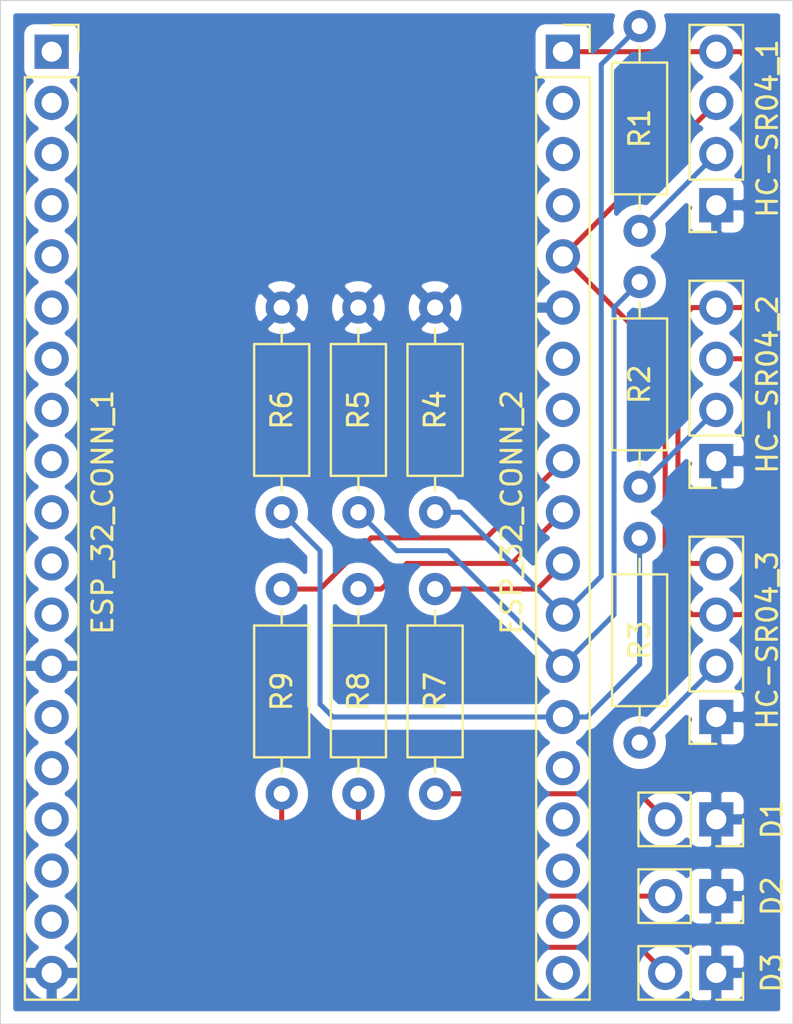
<source format=kicad_pcb>
(kicad_pcb (version 20171130) (host pcbnew 5.1.5+dfsg1-2build2)

  (general
    (thickness 1.6)
    (drawings 4)
    (tracks 62)
    (zones 0)
    (modules 17)
    (nets 43)
  )

  (page A4)
  (layers
    (0 F.Cu signal)
    (31 B.Cu signal)
    (32 B.Adhes user)
    (33 F.Adhes user)
    (34 B.Paste user)
    (35 F.Paste user)
    (36 B.SilkS user)
    (37 F.SilkS user)
    (38 B.Mask user)
    (39 F.Mask user)
    (40 Dwgs.User user)
    (41 Cmts.User user)
    (42 Eco1.User user)
    (43 Eco2.User user)
    (44 Edge.Cuts user)
    (45 Margin user)
    (46 B.CrtYd user)
    (47 F.CrtYd user)
    (48 B.Fab user)
    (49 F.Fab user hide)
  )

  (setup
    (last_trace_width 0.25)
    (trace_clearance 0.2)
    (zone_clearance 0.508)
    (zone_45_only no)
    (trace_min 0.2)
    (via_size 0.8)
    (via_drill 0.4)
    (via_min_size 0.4)
    (via_min_drill 0.3)
    (uvia_size 0.3)
    (uvia_drill 0.1)
    (uvias_allowed no)
    (uvia_min_size 0.2)
    (uvia_min_drill 0.1)
    (edge_width 0.05)
    (segment_width 0.2)
    (pcb_text_width 0.3)
    (pcb_text_size 1.5 1.5)
    (mod_edge_width 0.12)
    (mod_text_size 1 1)
    (mod_text_width 0.15)
    (pad_size 1.524 1.524)
    (pad_drill 0.762)
    (pad_to_mask_clearance 0.051)
    (solder_mask_min_width 0.25)
    (aux_axis_origin 0 0)
    (visible_elements FFFFFF7F)
    (pcbplotparams
      (layerselection 0x010fc_ffffffff)
      (usegerberextensions false)
      (usegerberattributes false)
      (usegerberadvancedattributes false)
      (creategerberjobfile false)
      (excludeedgelayer true)
      (linewidth 0.100000)
      (plotframeref false)
      (viasonmask false)
      (mode 1)
      (useauxorigin false)
      (hpglpennumber 1)
      (hpglpenspeed 20)
      (hpglpendiameter 15.000000)
      (psnegative false)
      (psa4output false)
      (plotreference true)
      (plotvalue true)
      (plotinvisibletext false)
      (padsonsilk false)
      (subtractmaskfromsilk false)
      (outputformat 1)
      (mirror false)
      (drillshape 1)
      (scaleselection 1)
      (outputdirectory ""))
  )

  (net 0 "")
  (net 1 /CLK)
  (net 2 /SD0)
  (net 3 /SD1)
  (net 4 /G15)
  (net 5 /G2)
  (net 6 /G0)
  (net 7 /G4)
  (net 8 /G16)
  (net 9 /G17)
  (net 10 /G5)
  (net 11 /G18)
  (net 12 /G19)
  (net 13 /GND)
  (net 14 /G21)
  (net 15 /RXD)
  (net 16 /TXD)
  (net 17 /G22)
  (net 18 /G23)
  (net 19 /3V3)
  (net 20 /EN)
  (net 21 /SP)
  (net 22 /SN)
  (net 23 /G34)
  (net 24 /G35)
  (net 25 /G32)
  (net 26 /G33)
  (net 27 /G25)
  (net 28 /G26)
  (net 29 /G27)
  (net 30 /G14)
  (net 31 /G12)
  (net 32 /G13)
  (net 33 /SD2)
  (net 34 /SD3)
  (net 35 /CMD)
  (net 36 /V5)
  (net 37 "Net-(HC-SR04_1-Pad2)")
  (net 38 "Net-(HC-SR04_2-Pad2)")
  (net 39 "Net-(HC-SR04_3-Pad2)")
  (net 40 "Net-(D1-Pad2)")
  (net 41 "Net-(D2-Pad2)")
  (net 42 "Net-(D3-Pad2)")

  (net_class Default "Ceci est la Netclass par défaut."
    (clearance 0.2)
    (trace_width 0.25)
    (via_dia 0.8)
    (via_drill 0.4)
    (uvia_dia 0.3)
    (uvia_drill 0.1)
    (add_net /3V3)
    (add_net /CLK)
    (add_net /CMD)
    (add_net /EN)
    (add_net /G0)
    (add_net /G12)
    (add_net /G13)
    (add_net /G14)
    (add_net /G15)
    (add_net /G16)
    (add_net /G17)
    (add_net /G18)
    (add_net /G19)
    (add_net /G2)
    (add_net /G21)
    (add_net /G22)
    (add_net /G23)
    (add_net /G25)
    (add_net /G26)
    (add_net /G27)
    (add_net /G32)
    (add_net /G33)
    (add_net /G34)
    (add_net /G35)
    (add_net /G4)
    (add_net /G5)
    (add_net /GND)
    (add_net /RXD)
    (add_net /SD0)
    (add_net /SD1)
    (add_net /SD2)
    (add_net /SD3)
    (add_net /SN)
    (add_net /SP)
    (add_net /TXD)
    (add_net /V5)
    (add_net "Net-(D1-Pad2)")
    (add_net "Net-(D2-Pad2)")
    (add_net "Net-(D3-Pad2)")
    (add_net "Net-(HC-SR04_1-Pad2)")
    (add_net "Net-(HC-SR04_2-Pad2)")
    (add_net "Net-(HC-SR04_3-Pad2)")
  )

  (module Connector_PinSocket_2.54mm:PinSocket_1x04_P2.54mm_Vertical (layer F.Cu) (tedit 5A19A429) (tstamp 61C4BFDF)
    (at 105.41 143.51 180)
    (descr "Through hole straight socket strip, 1x04, 2.54mm pitch, single row (from Kicad 4.0.7), script generated")
    (tags "Through hole socket strip THT 1x04 2.54mm single row")
    (path /61C4DCE0)
    (fp_text reference HC-SR04_2 (at -2.54 3.81 270) (layer F.SilkS)
      (effects (font (size 1 1) (thickness 0.15)))
    )
    (fp_text value HC-SR04 (at 0 10.39) (layer F.Fab)
      (effects (font (size 1 1) (thickness 0.15)))
    )
    (fp_text user %R (at 0 3.81 90) (layer F.Fab)
      (effects (font (size 1 1) (thickness 0.15)))
    )
    (fp_line (start -1.8 9.4) (end -1.8 -1.8) (layer F.CrtYd) (width 0.05))
    (fp_line (start 1.75 9.4) (end -1.8 9.4) (layer F.CrtYd) (width 0.05))
    (fp_line (start 1.75 -1.8) (end 1.75 9.4) (layer F.CrtYd) (width 0.05))
    (fp_line (start -1.8 -1.8) (end 1.75 -1.8) (layer F.CrtYd) (width 0.05))
    (fp_line (start 0 -1.33) (end 1.33 -1.33) (layer F.SilkS) (width 0.12))
    (fp_line (start 1.33 -1.33) (end 1.33 0) (layer F.SilkS) (width 0.12))
    (fp_line (start 1.33 1.27) (end 1.33 8.95) (layer F.SilkS) (width 0.12))
    (fp_line (start -1.33 8.95) (end 1.33 8.95) (layer F.SilkS) (width 0.12))
    (fp_line (start -1.33 1.27) (end -1.33 8.95) (layer F.SilkS) (width 0.12))
    (fp_line (start -1.33 1.27) (end 1.33 1.27) (layer F.SilkS) (width 0.12))
    (fp_line (start -1.27 8.89) (end -1.27 -1.27) (layer F.Fab) (width 0.1))
    (fp_line (start 1.27 8.89) (end -1.27 8.89) (layer F.Fab) (width 0.1))
    (fp_line (start 1.27 -0.635) (end 1.27 8.89) (layer F.Fab) (width 0.1))
    (fp_line (start 0.635 -1.27) (end 1.27 -0.635) (layer F.Fab) (width 0.1))
    (fp_line (start -1.27 -1.27) (end 0.635 -1.27) (layer F.Fab) (width 0.1))
    (pad 4 thru_hole oval (at 0 7.62 180) (size 1.7 1.7) (drill 1) (layers *.Cu *.Mask)
      (net 36 /V5))
    (pad 3 thru_hole oval (at 0 5.08 180) (size 1.7 1.7) (drill 1) (layers *.Cu *.Mask)
      (net 32 /G13))
    (pad 2 thru_hole oval (at 0 2.54 180) (size 1.7 1.7) (drill 1) (layers *.Cu *.Mask)
      (net 38 "Net-(HC-SR04_2-Pad2)"))
    (pad 1 thru_hole rect (at 0 0 180) (size 1.7 1.7) (drill 1) (layers *.Cu *.Mask)
      (net 13 /GND))
    (model ${KISYS3DMOD}/Connector_PinSocket_2.54mm.3dshapes/PinSocket_1x04_P2.54mm_Vertical.wrl
      (at (xyz 0 0 0))
      (scale (xyz 1 1 1))
      (rotate (xyz 0 0 0))
    )
  )

  (module Resistor_THT:R_Axial_DIN0207_L6.3mm_D2.5mm_P10.16mm_Horizontal (layer F.Cu) (tedit 5AE5139B) (tstamp 61C4D581)
    (at 83.82 135.89 270)
    (descr "Resistor, Axial_DIN0207 series, Axial, Horizontal, pin pitch=10.16mm, 0.25W = 1/4W, length*diameter=6.3*2.5mm^2, http://cdn-reichelt.de/documents/datenblatt/B400/1_4W%23YAG.pdf")
    (tags "Resistor Axial_DIN0207 series Axial Horizontal pin pitch 10.16mm 0.25W = 1/4W length 6.3mm diameter 2.5mm")
    (path /61C76150)
    (fp_text reference R6 (at 5.08 0 90) (layer F.SilkS)
      (effects (font (size 1 1) (thickness 0.15)))
    )
    (fp_text value 10K (at 5.08 2.37 90) (layer F.Fab)
      (effects (font (size 1 1) (thickness 0.15)))
    )
    (fp_text user %R (at 5.08 0 90) (layer F.Fab)
      (effects (font (size 1 1) (thickness 0.15)))
    )
    (fp_line (start 11.21 -1.5) (end -1.05 -1.5) (layer F.CrtYd) (width 0.05))
    (fp_line (start 11.21 1.5) (end 11.21 -1.5) (layer F.CrtYd) (width 0.05))
    (fp_line (start -1.05 1.5) (end 11.21 1.5) (layer F.CrtYd) (width 0.05))
    (fp_line (start -1.05 -1.5) (end -1.05 1.5) (layer F.CrtYd) (width 0.05))
    (fp_line (start 9.12 0) (end 8.35 0) (layer F.SilkS) (width 0.12))
    (fp_line (start 1.04 0) (end 1.81 0) (layer F.SilkS) (width 0.12))
    (fp_line (start 8.35 -1.37) (end 1.81 -1.37) (layer F.SilkS) (width 0.12))
    (fp_line (start 8.35 1.37) (end 8.35 -1.37) (layer F.SilkS) (width 0.12))
    (fp_line (start 1.81 1.37) (end 8.35 1.37) (layer F.SilkS) (width 0.12))
    (fp_line (start 1.81 -1.37) (end 1.81 1.37) (layer F.SilkS) (width 0.12))
    (fp_line (start 10.16 0) (end 8.23 0) (layer F.Fab) (width 0.1))
    (fp_line (start 0 0) (end 1.93 0) (layer F.Fab) (width 0.1))
    (fp_line (start 8.23 -1.25) (end 1.93 -1.25) (layer F.Fab) (width 0.1))
    (fp_line (start 8.23 1.25) (end 8.23 -1.25) (layer F.Fab) (width 0.1))
    (fp_line (start 1.93 1.25) (end 8.23 1.25) (layer F.Fab) (width 0.1))
    (fp_line (start 1.93 -1.25) (end 1.93 1.25) (layer F.Fab) (width 0.1))
    (pad 2 thru_hole oval (at 10.16 0 270) (size 1.6 1.6) (drill 0.8) (layers *.Cu *.Mask)
      (net 24 /G35))
    (pad 1 thru_hole circle (at 0 0 270) (size 1.6 1.6) (drill 0.8) (layers *.Cu *.Mask)
      (net 13 /GND))
    (model ${KISYS3DMOD}/Resistor_THT.3dshapes/R_Axial_DIN0207_L6.3mm_D2.5mm_P10.16mm_Horizontal.wrl
      (at (xyz 0 0 0))
      (scale (xyz 1 1 1))
      (rotate (xyz 0 0 0))
    )
  )

  (module Resistor_THT:R_Axial_DIN0207_L6.3mm_D2.5mm_P10.16mm_Horizontal (layer F.Cu) (tedit 5AE5139B) (tstamp 61C4D2CA)
    (at 87.63 135.89 270)
    (descr "Resistor, Axial_DIN0207 series, Axial, Horizontal, pin pitch=10.16mm, 0.25W = 1/4W, length*diameter=6.3*2.5mm^2, http://cdn-reichelt.de/documents/datenblatt/B400/1_4W%23YAG.pdf")
    (tags "Resistor Axial_DIN0207 series Axial Horizontal pin pitch 10.16mm 0.25W = 1/4W length 6.3mm diameter 2.5mm")
    (path /61C7779C)
    (fp_text reference R5 (at 5.08 0 90) (layer F.SilkS)
      (effects (font (size 1 1) (thickness 0.15)))
    )
    (fp_text value 10K (at 5.08 2.37 90) (layer F.Fab)
      (effects (font (size 1 1) (thickness 0.15)))
    )
    (fp_line (start 1.93 -1.25) (end 1.93 1.25) (layer F.Fab) (width 0.1))
    (fp_line (start 1.93 1.25) (end 8.23 1.25) (layer F.Fab) (width 0.1))
    (fp_line (start 8.23 1.25) (end 8.23 -1.25) (layer F.Fab) (width 0.1))
    (fp_line (start 8.23 -1.25) (end 1.93 -1.25) (layer F.Fab) (width 0.1))
    (fp_line (start 0 0) (end 1.93 0) (layer F.Fab) (width 0.1))
    (fp_line (start 10.16 0) (end 8.23 0) (layer F.Fab) (width 0.1))
    (fp_line (start 1.81 -1.37) (end 1.81 1.37) (layer F.SilkS) (width 0.12))
    (fp_line (start 1.81 1.37) (end 8.35 1.37) (layer F.SilkS) (width 0.12))
    (fp_line (start 8.35 1.37) (end 8.35 -1.37) (layer F.SilkS) (width 0.12))
    (fp_line (start 8.35 -1.37) (end 1.81 -1.37) (layer F.SilkS) (width 0.12))
    (fp_line (start 1.04 0) (end 1.81 0) (layer F.SilkS) (width 0.12))
    (fp_line (start 9.12 0) (end 8.35 0) (layer F.SilkS) (width 0.12))
    (fp_line (start -1.05 -1.5) (end -1.05 1.5) (layer F.CrtYd) (width 0.05))
    (fp_line (start -1.05 1.5) (end 11.21 1.5) (layer F.CrtYd) (width 0.05))
    (fp_line (start 11.21 1.5) (end 11.21 -1.5) (layer F.CrtYd) (width 0.05))
    (fp_line (start 11.21 -1.5) (end -1.05 -1.5) (layer F.CrtYd) (width 0.05))
    (fp_text user %R (at 5.08 0 90) (layer F.Fab)
      (effects (font (size 1 1) (thickness 0.15)))
    )
    (pad 1 thru_hole circle (at 0 0 270) (size 1.6 1.6) (drill 0.8) (layers *.Cu *.Mask)
      (net 13 /GND))
    (pad 2 thru_hole oval (at 10.16 0 270) (size 1.6 1.6) (drill 0.8) (layers *.Cu *.Mask)
      (net 25 /G32))
    (model ${KISYS3DMOD}/Resistor_THT.3dshapes/R_Axial_DIN0207_L6.3mm_D2.5mm_P10.16mm_Horizontal.wrl
      (at (xyz 0 0 0))
      (scale (xyz 1 1 1))
      (rotate (xyz 0 0 0))
    )
  )

  (module Resistor_THT:R_Axial_DIN0207_L6.3mm_D2.5mm_P10.16mm_Horizontal (layer F.Cu) (tedit 5AE5139B) (tstamp 61C4D285)
    (at 101.6 144.78 90)
    (descr "Resistor, Axial_DIN0207 series, Axial, Horizontal, pin pitch=10.16mm, 0.25W = 1/4W, length*diameter=6.3*2.5mm^2, http://cdn-reichelt.de/documents/datenblatt/B400/1_4W%23YAG.pdf")
    (tags "Resistor Axial_DIN0207 series Axial Horizontal pin pitch 10.16mm 0.25W = 1/4W length 6.3mm diameter 2.5mm")
    (path /61C75532)
    (fp_text reference R2 (at 5.08 0 90) (layer F.SilkS)
      (effects (font (size 1 1) (thickness 0.15)))
    )
    (fp_text value 10K (at 5.08 2.37 90) (layer F.Fab)
      (effects (font (size 1 1) (thickness 0.15)))
    )
    (fp_text user %R (at 5.08 0 90) (layer F.Fab)
      (effects (font (size 1 1) (thickness 0.15)))
    )
    (fp_line (start 11.21 -1.5) (end -1.05 -1.5) (layer F.CrtYd) (width 0.05))
    (fp_line (start 11.21 1.5) (end 11.21 -1.5) (layer F.CrtYd) (width 0.05))
    (fp_line (start -1.05 1.5) (end 11.21 1.5) (layer F.CrtYd) (width 0.05))
    (fp_line (start -1.05 -1.5) (end -1.05 1.5) (layer F.CrtYd) (width 0.05))
    (fp_line (start 9.12 0) (end 8.35 0) (layer F.SilkS) (width 0.12))
    (fp_line (start 1.04 0) (end 1.81 0) (layer F.SilkS) (width 0.12))
    (fp_line (start 8.35 -1.37) (end 1.81 -1.37) (layer F.SilkS) (width 0.12))
    (fp_line (start 8.35 1.37) (end 8.35 -1.37) (layer F.SilkS) (width 0.12))
    (fp_line (start 1.81 1.37) (end 8.35 1.37) (layer F.SilkS) (width 0.12))
    (fp_line (start 1.81 -1.37) (end 1.81 1.37) (layer F.SilkS) (width 0.12))
    (fp_line (start 10.16 0) (end 8.23 0) (layer F.Fab) (width 0.1))
    (fp_line (start 0 0) (end 1.93 0) (layer F.Fab) (width 0.1))
    (fp_line (start 8.23 -1.25) (end 1.93 -1.25) (layer F.Fab) (width 0.1))
    (fp_line (start 8.23 1.25) (end 8.23 -1.25) (layer F.Fab) (width 0.1))
    (fp_line (start 1.93 1.25) (end 8.23 1.25) (layer F.Fab) (width 0.1))
    (fp_line (start 1.93 -1.25) (end 1.93 1.25) (layer F.Fab) (width 0.1))
    (pad 2 thru_hole oval (at 10.16 0 90) (size 1.6 1.6) (drill 0.8) (layers *.Cu *.Mask)
      (net 25 /G32))
    (pad 1 thru_hole circle (at 0 0 90) (size 1.6 1.6) (drill 0.8) (layers *.Cu *.Mask)
      (net 38 "Net-(HC-SR04_2-Pad2)"))
    (model ${KISYS3DMOD}/Resistor_THT.3dshapes/R_Axial_DIN0207_L6.3mm_D2.5mm_P10.16mm_Horizontal.wrl
      (at (xyz 0 0 0))
      (scale (xyz 1 1 1))
      (rotate (xyz 0 0 0))
    )
  )

  (module Resistor_THT:R_Axial_DIN0207_L6.3mm_D2.5mm_P10.16mm_Horizontal (layer F.Cu) (tedit 5AE5139B) (tstamp 61C4D26E)
    (at 101.6 132.08 90)
    (descr "Resistor, Axial_DIN0207 series, Axial, Horizontal, pin pitch=10.16mm, 0.25W = 1/4W, length*diameter=6.3*2.5mm^2, http://cdn-reichelt.de/documents/datenblatt/B400/1_4W%23YAG.pdf")
    (tags "Resistor Axial_DIN0207 series Axial Horizontal pin pitch 10.16mm 0.25W = 1/4W length 6.3mm diameter 2.5mm")
    (path /61C74B1B)
    (fp_text reference R1 (at 5.08 0 90) (layer F.SilkS)
      (effects (font (size 1 1) (thickness 0.15)))
    )
    (fp_text value 10K (at 5.08 2.37 90) (layer F.Fab)
      (effects (font (size 1 1) (thickness 0.15)))
    )
    (fp_line (start 1.93 -1.25) (end 1.93 1.25) (layer F.Fab) (width 0.1))
    (fp_line (start 1.93 1.25) (end 8.23 1.25) (layer F.Fab) (width 0.1))
    (fp_line (start 8.23 1.25) (end 8.23 -1.25) (layer F.Fab) (width 0.1))
    (fp_line (start 8.23 -1.25) (end 1.93 -1.25) (layer F.Fab) (width 0.1))
    (fp_line (start 0 0) (end 1.93 0) (layer F.Fab) (width 0.1))
    (fp_line (start 10.16 0) (end 8.23 0) (layer F.Fab) (width 0.1))
    (fp_line (start 1.81 -1.37) (end 1.81 1.37) (layer F.SilkS) (width 0.12))
    (fp_line (start 1.81 1.37) (end 8.35 1.37) (layer F.SilkS) (width 0.12))
    (fp_line (start 8.35 1.37) (end 8.35 -1.37) (layer F.SilkS) (width 0.12))
    (fp_line (start 8.35 -1.37) (end 1.81 -1.37) (layer F.SilkS) (width 0.12))
    (fp_line (start 1.04 0) (end 1.81 0) (layer F.SilkS) (width 0.12))
    (fp_line (start 9.12 0) (end 8.35 0) (layer F.SilkS) (width 0.12))
    (fp_line (start -1.05 -1.5) (end -1.05 1.5) (layer F.CrtYd) (width 0.05))
    (fp_line (start -1.05 1.5) (end 11.21 1.5) (layer F.CrtYd) (width 0.05))
    (fp_line (start 11.21 1.5) (end 11.21 -1.5) (layer F.CrtYd) (width 0.05))
    (fp_line (start 11.21 -1.5) (end -1.05 -1.5) (layer F.CrtYd) (width 0.05))
    (fp_text user %R (at 5.08 0 90) (layer F.Fab)
      (effects (font (size 1 1) (thickness 0.15)))
    )
    (pad 1 thru_hole circle (at 0 0 90) (size 1.6 1.6) (drill 0.8) (layers *.Cu *.Mask)
      (net 37 "Net-(HC-SR04_1-Pad2)"))
    (pad 2 thru_hole oval (at 10.16 0 90) (size 1.6 1.6) (drill 0.8) (layers *.Cu *.Mask)
      (net 26 /G33))
    (model ${KISYS3DMOD}/Resistor_THT.3dshapes/R_Axial_DIN0207_L6.3mm_D2.5mm_P10.16mm_Horizontal.wrl
      (at (xyz 0 0 0))
      (scale (xyz 1 1 1))
      (rotate (xyz 0 0 0))
    )
  )

  (module Resistor_THT:R_Axial_DIN0207_L6.3mm_D2.5mm_P10.16mm_Horizontal (layer F.Cu) (tedit 5AE5139B) (tstamp 61C4DFE3)
    (at 101.6 157.48 90)
    (descr "Resistor, Axial_DIN0207 series, Axial, Horizontal, pin pitch=10.16mm, 0.25W = 1/4W, length*diameter=6.3*2.5mm^2, http://cdn-reichelt.de/documents/datenblatt/B400/1_4W%23YAG.pdf")
    (tags "Resistor Axial_DIN0207 series Axial Horizontal pin pitch 10.16mm 0.25W = 1/4W length 6.3mm diameter 2.5mm")
    (path /61C75907)
    (fp_text reference R3 (at 5.08 0 90) (layer F.SilkS)
      (effects (font (size 1 1) (thickness 0.15)))
    )
    (fp_text value 10K (at 5.08 2.37 90) (layer F.Fab)
      (effects (font (size 1 1) (thickness 0.15)))
    )
    (fp_line (start 1.93 -1.25) (end 1.93 1.25) (layer F.Fab) (width 0.1))
    (fp_line (start 1.93 1.25) (end 8.23 1.25) (layer F.Fab) (width 0.1))
    (fp_line (start 8.23 1.25) (end 8.23 -1.25) (layer F.Fab) (width 0.1))
    (fp_line (start 8.23 -1.25) (end 1.93 -1.25) (layer F.Fab) (width 0.1))
    (fp_line (start 0 0) (end 1.93 0) (layer F.Fab) (width 0.1))
    (fp_line (start 10.16 0) (end 8.23 0) (layer F.Fab) (width 0.1))
    (fp_line (start 1.81 -1.37) (end 1.81 1.37) (layer F.SilkS) (width 0.12))
    (fp_line (start 1.81 1.37) (end 8.35 1.37) (layer F.SilkS) (width 0.12))
    (fp_line (start 8.35 1.37) (end 8.35 -1.37) (layer F.SilkS) (width 0.12))
    (fp_line (start 8.35 -1.37) (end 1.81 -1.37) (layer F.SilkS) (width 0.12))
    (fp_line (start 1.04 0) (end 1.81 0) (layer F.SilkS) (width 0.12))
    (fp_line (start 9.12 0) (end 8.35 0) (layer F.SilkS) (width 0.12))
    (fp_line (start -1.05 -1.5) (end -1.05 1.5) (layer F.CrtYd) (width 0.05))
    (fp_line (start -1.05 1.5) (end 11.21 1.5) (layer F.CrtYd) (width 0.05))
    (fp_line (start 11.21 1.5) (end 11.21 -1.5) (layer F.CrtYd) (width 0.05))
    (fp_line (start 11.21 -1.5) (end -1.05 -1.5) (layer F.CrtYd) (width 0.05))
    (fp_text user %R (at 5.08 0 90) (layer F.Fab)
      (effects (font (size 1 1) (thickness 0.15)))
    )
    (pad 1 thru_hole circle (at 0 0 90) (size 1.6 1.6) (drill 0.8) (layers *.Cu *.Mask)
      (net 39 "Net-(HC-SR04_3-Pad2)"))
    (pad 2 thru_hole oval (at 10.16 0 90) (size 1.6 1.6) (drill 0.8) (layers *.Cu *.Mask)
      (net 24 /G35))
    (model ${KISYS3DMOD}/Resistor_THT.3dshapes/R_Axial_DIN0207_L6.3mm_D2.5mm_P10.16mm_Horizontal.wrl
      (at (xyz 0 0 0))
      (scale (xyz 1 1 1))
      (rotate (xyz 0 0 0))
    )
  )

  (module Resistor_THT:R_Axial_DIN0207_L6.3mm_D2.5mm_P10.16mm_Horizontal (layer F.Cu) (tedit 5AE5139B) (tstamp 61C4D2B3)
    (at 91.44 135.89 270)
    (descr "Resistor, Axial_DIN0207 series, Axial, Horizontal, pin pitch=10.16mm, 0.25W = 1/4W, length*diameter=6.3*2.5mm^2, http://cdn-reichelt.de/documents/datenblatt/B400/1_4W%23YAG.pdf")
    (tags "Resistor Axial_DIN0207 series Axial Horizontal pin pitch 10.16mm 0.25W = 1/4W length 6.3mm diameter 2.5mm")
    (path /61C797F6)
    (fp_text reference R4 (at 5.08 0 90) (layer F.SilkS)
      (effects (font (size 1 1) (thickness 0.15)))
    )
    (fp_text value 10K (at 5.08 2.37 90) (layer F.Fab)
      (effects (font (size 1 1) (thickness 0.15)))
    )
    (fp_text user %R (at 5.08 0 90) (layer F.Fab)
      (effects (font (size 1 1) (thickness 0.15)))
    )
    (fp_line (start 11.21 -1.5) (end -1.05 -1.5) (layer F.CrtYd) (width 0.05))
    (fp_line (start 11.21 1.5) (end 11.21 -1.5) (layer F.CrtYd) (width 0.05))
    (fp_line (start -1.05 1.5) (end 11.21 1.5) (layer F.CrtYd) (width 0.05))
    (fp_line (start -1.05 -1.5) (end -1.05 1.5) (layer F.CrtYd) (width 0.05))
    (fp_line (start 9.12 0) (end 8.35 0) (layer F.SilkS) (width 0.12))
    (fp_line (start 1.04 0) (end 1.81 0) (layer F.SilkS) (width 0.12))
    (fp_line (start 8.35 -1.37) (end 1.81 -1.37) (layer F.SilkS) (width 0.12))
    (fp_line (start 8.35 1.37) (end 8.35 -1.37) (layer F.SilkS) (width 0.12))
    (fp_line (start 1.81 1.37) (end 8.35 1.37) (layer F.SilkS) (width 0.12))
    (fp_line (start 1.81 -1.37) (end 1.81 1.37) (layer F.SilkS) (width 0.12))
    (fp_line (start 10.16 0) (end 8.23 0) (layer F.Fab) (width 0.1))
    (fp_line (start 0 0) (end 1.93 0) (layer F.Fab) (width 0.1))
    (fp_line (start 8.23 -1.25) (end 1.93 -1.25) (layer F.Fab) (width 0.1))
    (fp_line (start 8.23 1.25) (end 8.23 -1.25) (layer F.Fab) (width 0.1))
    (fp_line (start 1.93 1.25) (end 8.23 1.25) (layer F.Fab) (width 0.1))
    (fp_line (start 1.93 -1.25) (end 1.93 1.25) (layer F.Fab) (width 0.1))
    (pad 2 thru_hole oval (at 10.16 0 270) (size 1.6 1.6) (drill 0.8) (layers *.Cu *.Mask)
      (net 26 /G33))
    (pad 1 thru_hole circle (at 0 0 270) (size 1.6 1.6) (drill 0.8) (layers *.Cu *.Mask)
      (net 13 /GND))
    (model ${KISYS3DMOD}/Resistor_THT.3dshapes/R_Axial_DIN0207_L6.3mm_D2.5mm_P10.16mm_Horizontal.wrl
      (at (xyz 0 0 0))
      (scale (xyz 1 1 1))
      (rotate (xyz 0 0 0))
    )
  )

  (module Connector_PinSocket_2.54mm:PinSocket_1x19_P2.54mm_Vertical (layer F.Cu) (tedit 5A19A430) (tstamp 61C4BF88)
    (at 72.39 123.19)
    (descr "Through hole straight socket strip, 1x19, 2.54mm pitch, single row (from Kicad 4.0.7), script generated")
    (tags "Through hole socket strip THT 1x19 2.54mm single row")
    (path /61C4E9E7)
    (fp_text reference ESP_32_CONN_1 (at 2.54 22.86 90) (layer F.SilkS)
      (effects (font (size 1 1) (thickness 0.15)))
    )
    (fp_text value ESP_32_LEFT (at 0 48.49) (layer F.Fab)
      (effects (font (size 1 1) (thickness 0.15)))
    )
    (fp_line (start -1.27 -1.27) (end 0.635 -1.27) (layer F.Fab) (width 0.1))
    (fp_line (start 0.635 -1.27) (end 1.27 -0.635) (layer F.Fab) (width 0.1))
    (fp_line (start 1.27 -0.635) (end 1.27 46.99) (layer F.Fab) (width 0.1))
    (fp_line (start 1.27 46.99) (end -1.27 46.99) (layer F.Fab) (width 0.1))
    (fp_line (start -1.27 46.99) (end -1.27 -1.27) (layer F.Fab) (width 0.1))
    (fp_line (start -1.33 1.27) (end 1.33 1.27) (layer F.SilkS) (width 0.12))
    (fp_line (start -1.33 1.27) (end -1.33 47.05) (layer F.SilkS) (width 0.12))
    (fp_line (start -1.33 47.05) (end 1.33 47.05) (layer F.SilkS) (width 0.12))
    (fp_line (start 1.33 1.27) (end 1.33 47.05) (layer F.SilkS) (width 0.12))
    (fp_line (start 1.33 -1.33) (end 1.33 0) (layer F.SilkS) (width 0.12))
    (fp_line (start 0 -1.33) (end 1.33 -1.33) (layer F.SilkS) (width 0.12))
    (fp_line (start -1.8 -1.8) (end 1.75 -1.8) (layer F.CrtYd) (width 0.05))
    (fp_line (start 1.75 -1.8) (end 1.75 47.5) (layer F.CrtYd) (width 0.05))
    (fp_line (start 1.75 47.5) (end -1.8 47.5) (layer F.CrtYd) (width 0.05))
    (fp_line (start -1.8 47.5) (end -1.8 -1.8) (layer F.CrtYd) (width 0.05))
    (fp_text user %R (at 0 22.86 90) (layer F.Fab)
      (effects (font (size 1 1) (thickness 0.15)))
    )
    (pad 1 thru_hole rect (at 0 0) (size 1.7 1.7) (drill 1) (layers *.Cu *.Mask)
      (net 1 /CLK))
    (pad 2 thru_hole oval (at 0 2.54) (size 1.7 1.7) (drill 1) (layers *.Cu *.Mask)
      (net 2 /SD0))
    (pad 3 thru_hole oval (at 0 5.08) (size 1.7 1.7) (drill 1) (layers *.Cu *.Mask)
      (net 3 /SD1))
    (pad 4 thru_hole oval (at 0 7.62) (size 1.7 1.7) (drill 1) (layers *.Cu *.Mask)
      (net 4 /G15))
    (pad 5 thru_hole oval (at 0 10.16) (size 1.7 1.7) (drill 1) (layers *.Cu *.Mask)
      (net 5 /G2))
    (pad 6 thru_hole oval (at 0 12.7) (size 1.7 1.7) (drill 1) (layers *.Cu *.Mask)
      (net 6 /G0))
    (pad 7 thru_hole oval (at 0 15.24) (size 1.7 1.7) (drill 1) (layers *.Cu *.Mask)
      (net 7 /G4))
    (pad 8 thru_hole oval (at 0 17.78) (size 1.7 1.7) (drill 1) (layers *.Cu *.Mask)
      (net 8 /G16))
    (pad 9 thru_hole oval (at 0 20.32) (size 1.7 1.7) (drill 1) (layers *.Cu *.Mask)
      (net 9 /G17))
    (pad 10 thru_hole oval (at 0 22.86) (size 1.7 1.7) (drill 1) (layers *.Cu *.Mask)
      (net 10 /G5))
    (pad 11 thru_hole oval (at 0 25.4) (size 1.7 1.7) (drill 1) (layers *.Cu *.Mask)
      (net 11 /G18))
    (pad 12 thru_hole oval (at 0 27.94) (size 1.7 1.7) (drill 1) (layers *.Cu *.Mask)
      (net 12 /G19))
    (pad 13 thru_hole oval (at 0 30.48) (size 1.7 1.7) (drill 1) (layers *.Cu *.Mask)
      (net 13 /GND))
    (pad 14 thru_hole oval (at 0 33.02) (size 1.7 1.7) (drill 1) (layers *.Cu *.Mask)
      (net 14 /G21))
    (pad 15 thru_hole oval (at 0 35.56) (size 1.7 1.7) (drill 1) (layers *.Cu *.Mask)
      (net 15 /RXD))
    (pad 16 thru_hole oval (at 0 38.1) (size 1.7 1.7) (drill 1) (layers *.Cu *.Mask)
      (net 16 /TXD))
    (pad 17 thru_hole oval (at 0 40.64) (size 1.7 1.7) (drill 1) (layers *.Cu *.Mask)
      (net 17 /G22))
    (pad 18 thru_hole oval (at 0 43.18) (size 1.7 1.7) (drill 1) (layers *.Cu *.Mask)
      (net 18 /G23))
    (pad 19 thru_hole oval (at 0 45.72) (size 1.7 1.7) (drill 1) (layers *.Cu *.Mask)
      (net 13 /GND))
    (model ${KISYS3DMOD}/Connector_PinSocket_2.54mm.3dshapes/PinSocket_1x19_P2.54mm_Vertical.wrl
      (at (xyz 0 0 0))
      (scale (xyz 1 1 1))
      (rotate (xyz 0 0 0))
    )
  )

  (module Connector_PinSocket_2.54mm:PinSocket_1x19_P2.54mm_Vertical (layer F.Cu) (tedit 5A19A430) (tstamp 61C4C4F3)
    (at 97.79 123.19)
    (descr "Through hole straight socket strip, 1x19, 2.54mm pitch, single row (from Kicad 4.0.7), script generated")
    (tags "Through hole socket strip THT 1x19 2.54mm single row")
    (path /61C4F6BE)
    (fp_text reference ESP_32_CONN_2 (at -2.54 22.86 90) (layer F.SilkS)
      (effects (font (size 1 1) (thickness 0.15)))
    )
    (fp_text value ESP_32_RIGHT (at 0 48.49) (layer F.Fab)
      (effects (font (size 1 1) (thickness 0.15)))
    )
    (fp_text user %R (at 0 22.86 90) (layer F.Fab)
      (effects (font (size 1 1) (thickness 0.15)))
    )
    (fp_line (start -1.8 47.5) (end -1.8 -1.8) (layer F.CrtYd) (width 0.05))
    (fp_line (start 1.75 47.5) (end -1.8 47.5) (layer F.CrtYd) (width 0.05))
    (fp_line (start 1.75 -1.8) (end 1.75 47.5) (layer F.CrtYd) (width 0.05))
    (fp_line (start -1.8 -1.8) (end 1.75 -1.8) (layer F.CrtYd) (width 0.05))
    (fp_line (start 0 -1.33) (end 1.33 -1.33) (layer F.SilkS) (width 0.12))
    (fp_line (start 1.33 -1.33) (end 1.33 0) (layer F.SilkS) (width 0.12))
    (fp_line (start 1.33 1.27) (end 1.33 47.05) (layer F.SilkS) (width 0.12))
    (fp_line (start -1.33 47.05) (end 1.33 47.05) (layer F.SilkS) (width 0.12))
    (fp_line (start -1.33 1.27) (end -1.33 47.05) (layer F.SilkS) (width 0.12))
    (fp_line (start -1.33 1.27) (end 1.33 1.27) (layer F.SilkS) (width 0.12))
    (fp_line (start -1.27 46.99) (end -1.27 -1.27) (layer F.Fab) (width 0.1))
    (fp_line (start 1.27 46.99) (end -1.27 46.99) (layer F.Fab) (width 0.1))
    (fp_line (start 1.27 -0.635) (end 1.27 46.99) (layer F.Fab) (width 0.1))
    (fp_line (start 0.635 -1.27) (end 1.27 -0.635) (layer F.Fab) (width 0.1))
    (fp_line (start -1.27 -1.27) (end 0.635 -1.27) (layer F.Fab) (width 0.1))
    (pad 19 thru_hole oval (at 0 45.72) (size 1.7 1.7) (drill 1) (layers *.Cu *.Mask)
      (net 19 /3V3))
    (pad 18 thru_hole oval (at 0 43.18) (size 1.7 1.7) (drill 1) (layers *.Cu *.Mask)
      (net 20 /EN))
    (pad 17 thru_hole oval (at 0 40.64) (size 1.7 1.7) (drill 1) (layers *.Cu *.Mask)
      (net 21 /SP))
    (pad 16 thru_hole oval (at 0 38.1) (size 1.7 1.7) (drill 1) (layers *.Cu *.Mask)
      (net 22 /SN))
    (pad 15 thru_hole oval (at 0 35.56) (size 1.7 1.7) (drill 1) (layers *.Cu *.Mask)
      (net 23 /G34))
    (pad 14 thru_hole oval (at 0 33.02) (size 1.7 1.7) (drill 1) (layers *.Cu *.Mask)
      (net 24 /G35))
    (pad 13 thru_hole oval (at 0 30.48) (size 1.7 1.7) (drill 1) (layers *.Cu *.Mask)
      (net 25 /G32))
    (pad 12 thru_hole oval (at 0 27.94) (size 1.7 1.7) (drill 1) (layers *.Cu *.Mask)
      (net 26 /G33))
    (pad 11 thru_hole oval (at 0 25.4) (size 1.7 1.7) (drill 1) (layers *.Cu *.Mask)
      (net 27 /G25))
    (pad 10 thru_hole oval (at 0 22.86) (size 1.7 1.7) (drill 1) (layers *.Cu *.Mask)
      (net 28 /G26))
    (pad 9 thru_hole oval (at 0 20.32) (size 1.7 1.7) (drill 1) (layers *.Cu *.Mask)
      (net 29 /G27))
    (pad 8 thru_hole oval (at 0 17.78) (size 1.7 1.7) (drill 1) (layers *.Cu *.Mask)
      (net 30 /G14))
    (pad 7 thru_hole oval (at 0 15.24) (size 1.7 1.7) (drill 1) (layers *.Cu *.Mask)
      (net 31 /G12))
    (pad 6 thru_hole oval (at 0 12.7) (size 1.7 1.7) (drill 1) (layers *.Cu *.Mask)
      (net 13 /GND))
    (pad 5 thru_hole oval (at 0 10.16) (size 1.7 1.7) (drill 1) (layers *.Cu *.Mask)
      (net 32 /G13))
    (pad 4 thru_hole oval (at 0 7.62) (size 1.7 1.7) (drill 1) (layers *.Cu *.Mask)
      (net 33 /SD2))
    (pad 3 thru_hole oval (at 0 5.08) (size 1.7 1.7) (drill 1) (layers *.Cu *.Mask)
      (net 34 /SD3))
    (pad 2 thru_hole oval (at 0 2.54) (size 1.7 1.7) (drill 1) (layers *.Cu *.Mask)
      (net 35 /CMD))
    (pad 1 thru_hole rect (at 0 0) (size 1.7 1.7) (drill 1) (layers *.Cu *.Mask)
      (net 36 /V5))
    (model ${KISYS3DMOD}/Connector_PinSocket_2.54mm.3dshapes/PinSocket_1x19_P2.54mm_Vertical.wrl
      (at (xyz 0 0 0))
      (scale (xyz 1 1 1))
      (rotate (xyz 0 0 0))
    )
  )

  (module Connector_PinSocket_2.54mm:PinSocket_1x04_P2.54mm_Vertical (layer F.Cu) (tedit 5A19A429) (tstamp 61C4CA44)
    (at 105.41 130.81 180)
    (descr "Through hole straight socket strip, 1x04, 2.54mm pitch, single row (from Kicad 4.0.7), script generated")
    (tags "Through hole socket strip THT 1x04 2.54mm single row")
    (path /61C4D611)
    (fp_text reference HC-SR04_1 (at -2.54 3.81 270) (layer F.SilkS)
      (effects (font (size 1 1) (thickness 0.15)))
    )
    (fp_text value HC-SR04 (at 0 10.39) (layer F.Fab)
      (effects (font (size 1 1) (thickness 0.15)))
    )
    (fp_line (start -1.27 -1.27) (end 0.635 -1.27) (layer F.Fab) (width 0.1))
    (fp_line (start 0.635 -1.27) (end 1.27 -0.635) (layer F.Fab) (width 0.1))
    (fp_line (start 1.27 -0.635) (end 1.27 8.89) (layer F.Fab) (width 0.1))
    (fp_line (start 1.27 8.89) (end -1.27 8.89) (layer F.Fab) (width 0.1))
    (fp_line (start -1.27 8.89) (end -1.27 -1.27) (layer F.Fab) (width 0.1))
    (fp_line (start -1.33 1.27) (end 1.33 1.27) (layer F.SilkS) (width 0.12))
    (fp_line (start -1.33 1.27) (end -1.33 8.95) (layer F.SilkS) (width 0.12))
    (fp_line (start -1.33 8.95) (end 1.33 8.95) (layer F.SilkS) (width 0.12))
    (fp_line (start 1.33 1.27) (end 1.33 8.95) (layer F.SilkS) (width 0.12))
    (fp_line (start 1.33 -1.33) (end 1.33 0) (layer F.SilkS) (width 0.12))
    (fp_line (start 0 -1.33) (end 1.33 -1.33) (layer F.SilkS) (width 0.12))
    (fp_line (start -1.8 -1.8) (end 1.75 -1.8) (layer F.CrtYd) (width 0.05))
    (fp_line (start 1.75 -1.8) (end 1.75 9.4) (layer F.CrtYd) (width 0.05))
    (fp_line (start 1.75 9.4) (end -1.8 9.4) (layer F.CrtYd) (width 0.05))
    (fp_line (start -1.8 9.4) (end -1.8 -1.8) (layer F.CrtYd) (width 0.05))
    (fp_text user %R (at 0 3.81 90) (layer F.Fab)
      (effects (font (size 1 1) (thickness 0.15)))
    )
    (pad 1 thru_hole rect (at 0 0 180) (size 1.7 1.7) (drill 1) (layers *.Cu *.Mask)
      (net 13 /GND))
    (pad 2 thru_hole oval (at 0 2.54 180) (size 1.7 1.7) (drill 1) (layers *.Cu *.Mask)
      (net 37 "Net-(HC-SR04_1-Pad2)"))
    (pad 3 thru_hole oval (at 0 5.08 180) (size 1.7 1.7) (drill 1) (layers *.Cu *.Mask)
      (net 32 /G13))
    (pad 4 thru_hole oval (at 0 7.62 180) (size 1.7 1.7) (drill 1) (layers *.Cu *.Mask)
      (net 36 /V5))
    (model ${KISYS3DMOD}/Connector_PinSocket_2.54mm.3dshapes/PinSocket_1x04_P2.54mm_Vertical.wrl
      (at (xyz 0 0 0))
      (scale (xyz 1 1 1))
      (rotate (xyz 0 0 0))
    )
  )

  (module Connector_PinSocket_2.54mm:PinSocket_1x04_P2.54mm_Vertical (layer F.Cu) (tedit 5A19A429) (tstamp 61C4BFF7)
    (at 105.41 156.21 180)
    (descr "Through hole straight socket strip, 1x04, 2.54mm pitch, single row (from Kicad 4.0.7), script generated")
    (tags "Through hole socket strip THT 1x04 2.54mm single row")
    (path /61C4E0AD)
    (fp_text reference HC-SR04_3 (at -2.54 3.81 270) (layer F.SilkS)
      (effects (font (size 1 1) (thickness 0.15)))
    )
    (fp_text value HC-SR04 (at 0 10.39) (layer F.Fab)
      (effects (font (size 1 1) (thickness 0.15)))
    )
    (fp_line (start -1.27 -1.27) (end 0.635 -1.27) (layer F.Fab) (width 0.1))
    (fp_line (start 0.635 -1.27) (end 1.27 -0.635) (layer F.Fab) (width 0.1))
    (fp_line (start 1.27 -0.635) (end 1.27 8.89) (layer F.Fab) (width 0.1))
    (fp_line (start 1.27 8.89) (end -1.27 8.89) (layer F.Fab) (width 0.1))
    (fp_line (start -1.27 8.89) (end -1.27 -1.27) (layer F.Fab) (width 0.1))
    (fp_line (start -1.33 1.27) (end 1.33 1.27) (layer F.SilkS) (width 0.12))
    (fp_line (start -1.33 1.27) (end -1.33 8.95) (layer F.SilkS) (width 0.12))
    (fp_line (start -1.33 8.95) (end 1.33 8.95) (layer F.SilkS) (width 0.12))
    (fp_line (start 1.33 1.27) (end 1.33 8.95) (layer F.SilkS) (width 0.12))
    (fp_line (start 1.33 -1.33) (end 1.33 0) (layer F.SilkS) (width 0.12))
    (fp_line (start 0 -1.33) (end 1.33 -1.33) (layer F.SilkS) (width 0.12))
    (fp_line (start -1.8 -1.8) (end 1.75 -1.8) (layer F.CrtYd) (width 0.05))
    (fp_line (start 1.75 -1.8) (end 1.75 9.4) (layer F.CrtYd) (width 0.05))
    (fp_line (start 1.75 9.4) (end -1.8 9.4) (layer F.CrtYd) (width 0.05))
    (fp_line (start -1.8 9.4) (end -1.8 -1.8) (layer F.CrtYd) (width 0.05))
    (fp_text user %R (at 0.094999 3.81 90) (layer F.Fab)
      (effects (font (size 1 1) (thickness 0.15)))
    )
    (pad 1 thru_hole rect (at 0 0 180) (size 1.7 1.7) (drill 1) (layers *.Cu *.Mask)
      (net 13 /GND))
    (pad 2 thru_hole oval (at 0 2.54 180) (size 1.7 1.7) (drill 1) (layers *.Cu *.Mask)
      (net 39 "Net-(HC-SR04_3-Pad2)"))
    (pad 3 thru_hole oval (at 0 5.08 180) (size 1.7 1.7) (drill 1) (layers *.Cu *.Mask)
      (net 32 /G13))
    (pad 4 thru_hole oval (at 0 7.62 180) (size 1.7 1.7) (drill 1) (layers *.Cu *.Mask)
      (net 36 /V5))
    (model ${KISYS3DMOD}/Connector_PinSocket_2.54mm.3dshapes/PinSocket_1x04_P2.54mm_Vertical.wrl
      (at (xyz 0 0 0))
      (scale (xyz 1 1 1))
      (rotate (xyz 0 0 0))
    )
  )

  (module Resistor_THT:R_Axial_DIN0207_L6.3mm_D2.5mm_P10.16mm_Horizontal (layer F.Cu) (tedit 5AE5139B) (tstamp 61C4E90B)
    (at 91.44 160.02 90)
    (descr "Resistor, Axial_DIN0207 series, Axial, Horizontal, pin pitch=10.16mm, 0.25W = 1/4W, length*diameter=6.3*2.5mm^2, http://cdn-reichelt.de/documents/datenblatt/B400/1_4W%23YAG.pdf")
    (tags "Resistor Axial_DIN0207 series Axial Horizontal pin pitch 10.16mm 0.25W = 1/4W length 6.3mm diameter 2.5mm")
    (path /61CA1B6D)
    (fp_text reference R7 (at 5.08 0 90) (layer F.SilkS)
      (effects (font (size 1 1) (thickness 0.15)))
    )
    (fp_text value 1K (at 5.08 2.37 90) (layer F.Fab)
      (effects (font (size 1 1) (thickness 0.15)))
    )
    (fp_line (start 1.93 -1.25) (end 1.93 1.25) (layer F.Fab) (width 0.1))
    (fp_line (start 1.93 1.25) (end 8.23 1.25) (layer F.Fab) (width 0.1))
    (fp_line (start 8.23 1.25) (end 8.23 -1.25) (layer F.Fab) (width 0.1))
    (fp_line (start 8.23 -1.25) (end 1.93 -1.25) (layer F.Fab) (width 0.1))
    (fp_line (start 0 0) (end 1.93 0) (layer F.Fab) (width 0.1))
    (fp_line (start 10.16 0) (end 8.23 0) (layer F.Fab) (width 0.1))
    (fp_line (start 1.81 -1.37) (end 1.81 1.37) (layer F.SilkS) (width 0.12))
    (fp_line (start 1.81 1.37) (end 8.35 1.37) (layer F.SilkS) (width 0.12))
    (fp_line (start 8.35 1.37) (end 8.35 -1.37) (layer F.SilkS) (width 0.12))
    (fp_line (start 8.35 -1.37) (end 1.81 -1.37) (layer F.SilkS) (width 0.12))
    (fp_line (start 1.04 0) (end 1.81 0) (layer F.SilkS) (width 0.12))
    (fp_line (start 9.12 0) (end 8.35 0) (layer F.SilkS) (width 0.12))
    (fp_line (start -1.05 -1.5) (end -1.05 1.5) (layer F.CrtYd) (width 0.05))
    (fp_line (start -1.05 1.5) (end 11.21 1.5) (layer F.CrtYd) (width 0.05))
    (fp_line (start 11.21 1.5) (end 11.21 -1.5) (layer F.CrtYd) (width 0.05))
    (fp_line (start 11.21 -1.5) (end -1.05 -1.5) (layer F.CrtYd) (width 0.05))
    (fp_text user %R (at 5.08 0 90) (layer F.Fab)
      (effects (font (size 1 1) (thickness 0.15)))
    )
    (pad 1 thru_hole circle (at 0 0 90) (size 1.6 1.6) (drill 0.8) (layers *.Cu *.Mask)
      (net 40 "Net-(D1-Pad2)"))
    (pad 2 thru_hole oval (at 10.16 0 90) (size 1.6 1.6) (drill 0.8) (layers *.Cu *.Mask)
      (net 27 /G25))
    (model ${KISYS3DMOD}/Resistor_THT.3dshapes/R_Axial_DIN0207_L6.3mm_D2.5mm_P10.16mm_Horizontal.wrl
      (at (xyz 0 0 0))
      (scale (xyz 1 1 1))
      (rotate (xyz 0 0 0))
    )
  )

  (module Resistor_THT:R_Axial_DIN0207_L6.3mm_D2.5mm_P10.16mm_Horizontal (layer F.Cu) (tedit 5AE5139B) (tstamp 61C4E922)
    (at 87.63 160.02 90)
    (descr "Resistor, Axial_DIN0207 series, Axial, Horizontal, pin pitch=10.16mm, 0.25W = 1/4W, length*diameter=6.3*2.5mm^2, http://cdn-reichelt.de/documents/datenblatt/B400/1_4W%23YAG.pdf")
    (tags "Resistor Axial_DIN0207 series Axial Horizontal pin pitch 10.16mm 0.25W = 1/4W length 6.3mm diameter 2.5mm")
    (path /61CA38BF)
    (fp_text reference R8 (at 5.08 0 90) (layer F.SilkS)
      (effects (font (size 1 1) (thickness 0.15)))
    )
    (fp_text value 1K (at 5.08 2.37 90) (layer F.Fab)
      (effects (font (size 1 1) (thickness 0.15)))
    )
    (fp_text user %R (at 5.08 0 90) (layer F.Fab)
      (effects (font (size 1 1) (thickness 0.15)))
    )
    (fp_line (start 11.21 -1.5) (end -1.05 -1.5) (layer F.CrtYd) (width 0.05))
    (fp_line (start 11.21 1.5) (end 11.21 -1.5) (layer F.CrtYd) (width 0.05))
    (fp_line (start -1.05 1.5) (end 11.21 1.5) (layer F.CrtYd) (width 0.05))
    (fp_line (start -1.05 -1.5) (end -1.05 1.5) (layer F.CrtYd) (width 0.05))
    (fp_line (start 9.12 0) (end 8.35 0) (layer F.SilkS) (width 0.12))
    (fp_line (start 1.04 0) (end 1.81 0) (layer F.SilkS) (width 0.12))
    (fp_line (start 8.35 -1.37) (end 1.81 -1.37) (layer F.SilkS) (width 0.12))
    (fp_line (start 8.35 1.37) (end 8.35 -1.37) (layer F.SilkS) (width 0.12))
    (fp_line (start 1.81 1.37) (end 8.35 1.37) (layer F.SilkS) (width 0.12))
    (fp_line (start 1.81 -1.37) (end 1.81 1.37) (layer F.SilkS) (width 0.12))
    (fp_line (start 10.16 0) (end 8.23 0) (layer F.Fab) (width 0.1))
    (fp_line (start 0 0) (end 1.93 0) (layer F.Fab) (width 0.1))
    (fp_line (start 8.23 -1.25) (end 1.93 -1.25) (layer F.Fab) (width 0.1))
    (fp_line (start 8.23 1.25) (end 8.23 -1.25) (layer F.Fab) (width 0.1))
    (fp_line (start 1.93 1.25) (end 8.23 1.25) (layer F.Fab) (width 0.1))
    (fp_line (start 1.93 -1.25) (end 1.93 1.25) (layer F.Fab) (width 0.1))
    (pad 2 thru_hole oval (at 10.16 0 90) (size 1.6 1.6) (drill 0.8) (layers *.Cu *.Mask)
      (net 28 /G26))
    (pad 1 thru_hole circle (at 0 0 90) (size 1.6 1.6) (drill 0.8) (layers *.Cu *.Mask)
      (net 41 "Net-(D2-Pad2)"))
    (model ${KISYS3DMOD}/Resistor_THT.3dshapes/R_Axial_DIN0207_L6.3mm_D2.5mm_P10.16mm_Horizontal.wrl
      (at (xyz 0 0 0))
      (scale (xyz 1 1 1))
      (rotate (xyz 0 0 0))
    )
  )

  (module Resistor_THT:R_Axial_DIN0207_L6.3mm_D2.5mm_P10.16mm_Horizontal (layer F.Cu) (tedit 5AE5139B) (tstamp 61C4E939)
    (at 83.82 160.02 90)
    (descr "Resistor, Axial_DIN0207 series, Axial, Horizontal, pin pitch=10.16mm, 0.25W = 1/4W, length*diameter=6.3*2.5mm^2, http://cdn-reichelt.de/documents/datenblatt/B400/1_4W%23YAG.pdf")
    (tags "Resistor Axial_DIN0207 series Axial Horizontal pin pitch 10.16mm 0.25W = 1/4W length 6.3mm diameter 2.5mm")
    (path /61CA3CA0)
    (fp_text reference R9 (at 5.08 0 90) (layer F.SilkS)
      (effects (font (size 1 1) (thickness 0.15)))
    )
    (fp_text value 1K (at 5.08 2.37 90) (layer F.Fab)
      (effects (font (size 1 1) (thickness 0.15)))
    )
    (fp_line (start 1.93 -1.25) (end 1.93 1.25) (layer F.Fab) (width 0.1))
    (fp_line (start 1.93 1.25) (end 8.23 1.25) (layer F.Fab) (width 0.1))
    (fp_line (start 8.23 1.25) (end 8.23 -1.25) (layer F.Fab) (width 0.1))
    (fp_line (start 8.23 -1.25) (end 1.93 -1.25) (layer F.Fab) (width 0.1))
    (fp_line (start 0 0) (end 1.93 0) (layer F.Fab) (width 0.1))
    (fp_line (start 10.16 0) (end 8.23 0) (layer F.Fab) (width 0.1))
    (fp_line (start 1.81 -1.37) (end 1.81 1.37) (layer F.SilkS) (width 0.12))
    (fp_line (start 1.81 1.37) (end 8.35 1.37) (layer F.SilkS) (width 0.12))
    (fp_line (start 8.35 1.37) (end 8.35 -1.37) (layer F.SilkS) (width 0.12))
    (fp_line (start 8.35 -1.37) (end 1.81 -1.37) (layer F.SilkS) (width 0.12))
    (fp_line (start 1.04 0) (end 1.81 0) (layer F.SilkS) (width 0.12))
    (fp_line (start 9.12 0) (end 8.35 0) (layer F.SilkS) (width 0.12))
    (fp_line (start -1.05 -1.5) (end -1.05 1.5) (layer F.CrtYd) (width 0.05))
    (fp_line (start -1.05 1.5) (end 11.21 1.5) (layer F.CrtYd) (width 0.05))
    (fp_line (start 11.21 1.5) (end 11.21 -1.5) (layer F.CrtYd) (width 0.05))
    (fp_line (start 11.21 -1.5) (end -1.05 -1.5) (layer F.CrtYd) (width 0.05))
    (fp_text user %R (at 5.08 0 90) (layer F.Fab)
      (effects (font (size 1 1) (thickness 0.15)))
    )
    (pad 1 thru_hole circle (at 0 0 90) (size 1.6 1.6) (drill 0.8) (layers *.Cu *.Mask)
      (net 42 "Net-(D3-Pad2)"))
    (pad 2 thru_hole oval (at 10.16 0 90) (size 1.6 1.6) (drill 0.8) (layers *.Cu *.Mask)
      (net 29 /G27))
    (model ${KISYS3DMOD}/Resistor_THT.3dshapes/R_Axial_DIN0207_L6.3mm_D2.5mm_P10.16mm_Horizontal.wrl
      (at (xyz 0 0 0))
      (scale (xyz 1 1 1))
      (rotate (xyz 0 0 0))
    )
  )

  (module Connector_PinSocket_2.54mm:PinSocket_1x02_P2.54mm_Vertical (layer F.Cu) (tedit 5A19A420) (tstamp 61C4F7CE)
    (at 105.41 161.29 270)
    (descr "Through hole straight socket strip, 1x02, 2.54mm pitch, single row (from Kicad 4.0.7), script generated")
    (tags "Through hole socket strip THT 1x02 2.54mm single row")
    (path /61C8A27F)
    (fp_text reference D1 (at 0 -2.77 90) (layer F.SilkS)
      (effects (font (size 1 1) (thickness 0.15)))
    )
    (fp_text value LED_GREEN (at 0 5.31 90) (layer F.Fab)
      (effects (font (size 1 1) (thickness 0.15)))
    )
    (fp_line (start -1.27 -1.27) (end 0.635 -1.27) (layer F.Fab) (width 0.1))
    (fp_line (start 0.635 -1.27) (end 1.27 -0.635) (layer F.Fab) (width 0.1))
    (fp_line (start 1.27 -0.635) (end 1.27 3.81) (layer F.Fab) (width 0.1))
    (fp_line (start 1.27 3.81) (end -1.27 3.81) (layer F.Fab) (width 0.1))
    (fp_line (start -1.27 3.81) (end -1.27 -1.27) (layer F.Fab) (width 0.1))
    (fp_line (start -1.33 1.27) (end 1.33 1.27) (layer F.SilkS) (width 0.12))
    (fp_line (start -1.33 1.27) (end -1.33 3.87) (layer F.SilkS) (width 0.12))
    (fp_line (start -1.33 3.87) (end 1.33 3.87) (layer F.SilkS) (width 0.12))
    (fp_line (start 1.33 1.27) (end 1.33 3.87) (layer F.SilkS) (width 0.12))
    (fp_line (start 1.33 -1.33) (end 1.33 0) (layer F.SilkS) (width 0.12))
    (fp_line (start 0 -1.33) (end 1.33 -1.33) (layer F.SilkS) (width 0.12))
    (fp_line (start -1.8 -1.8) (end 1.75 -1.8) (layer F.CrtYd) (width 0.05))
    (fp_line (start 1.75 -1.8) (end 1.75 4.3) (layer F.CrtYd) (width 0.05))
    (fp_line (start 1.75 4.3) (end -1.8 4.3) (layer F.CrtYd) (width 0.05))
    (fp_line (start -1.8 4.3) (end -1.8 -1.8) (layer F.CrtYd) (width 0.05))
    (fp_text user %R (at 0 1.27) (layer F.Fab)
      (effects (font (size 1 1) (thickness 0.15)))
    )
    (pad 1 thru_hole rect (at 0 0 270) (size 1.7 1.7) (drill 1) (layers *.Cu *.Mask)
      (net 13 /GND))
    (pad 2 thru_hole oval (at 0 2.54 270) (size 1.7 1.7) (drill 1) (layers *.Cu *.Mask)
      (net 40 "Net-(D1-Pad2)"))
    (model ${KISYS3DMOD}/Connector_PinSocket_2.54mm.3dshapes/PinSocket_1x02_P2.54mm_Vertical.wrl
      (at (xyz 0 0 0))
      (scale (xyz 1 1 1))
      (rotate (xyz 0 0 0))
    )
  )

  (module Connector_PinSocket_2.54mm:PinSocket_1x02_P2.54mm_Vertical (layer F.Cu) (tedit 5A19A420) (tstamp 61C4F7E3)
    (at 105.41 165.1 270)
    (descr "Through hole straight socket strip, 1x02, 2.54mm pitch, single row (from Kicad 4.0.7), script generated")
    (tags "Through hole socket strip THT 1x02 2.54mm single row")
    (path /61C90D93)
    (fp_text reference D2 (at 0 -2.77 90) (layer F.SilkS)
      (effects (font (size 1 1) (thickness 0.15)))
    )
    (fp_text value LED_YELLOW (at 0 5.31 90) (layer F.Fab)
      (effects (font (size 1 1) (thickness 0.15)))
    )
    (fp_text user %R (at 0 1.27) (layer F.Fab)
      (effects (font (size 1 1) (thickness 0.15)))
    )
    (fp_line (start -1.8 4.3) (end -1.8 -1.8) (layer F.CrtYd) (width 0.05))
    (fp_line (start 1.75 4.3) (end -1.8 4.3) (layer F.CrtYd) (width 0.05))
    (fp_line (start 1.75 -1.8) (end 1.75 4.3) (layer F.CrtYd) (width 0.05))
    (fp_line (start -1.8 -1.8) (end 1.75 -1.8) (layer F.CrtYd) (width 0.05))
    (fp_line (start 0 -1.33) (end 1.33 -1.33) (layer F.SilkS) (width 0.12))
    (fp_line (start 1.33 -1.33) (end 1.33 0) (layer F.SilkS) (width 0.12))
    (fp_line (start 1.33 1.27) (end 1.33 3.87) (layer F.SilkS) (width 0.12))
    (fp_line (start -1.33 3.87) (end 1.33 3.87) (layer F.SilkS) (width 0.12))
    (fp_line (start -1.33 1.27) (end -1.33 3.87) (layer F.SilkS) (width 0.12))
    (fp_line (start -1.33 1.27) (end 1.33 1.27) (layer F.SilkS) (width 0.12))
    (fp_line (start -1.27 3.81) (end -1.27 -1.27) (layer F.Fab) (width 0.1))
    (fp_line (start 1.27 3.81) (end -1.27 3.81) (layer F.Fab) (width 0.1))
    (fp_line (start 1.27 -0.635) (end 1.27 3.81) (layer F.Fab) (width 0.1))
    (fp_line (start 0.635 -1.27) (end 1.27 -0.635) (layer F.Fab) (width 0.1))
    (fp_line (start -1.27 -1.27) (end 0.635 -1.27) (layer F.Fab) (width 0.1))
    (pad 2 thru_hole oval (at 0 2.54 270) (size 1.7 1.7) (drill 1) (layers *.Cu *.Mask)
      (net 41 "Net-(D2-Pad2)"))
    (pad 1 thru_hole rect (at 0 0 270) (size 1.7 1.7) (drill 1) (layers *.Cu *.Mask)
      (net 13 /GND))
    (model ${KISYS3DMOD}/Connector_PinSocket_2.54mm.3dshapes/PinSocket_1x02_P2.54mm_Vertical.wrl
      (at (xyz 0 0 0))
      (scale (xyz 1 1 1))
      (rotate (xyz 0 0 0))
    )
  )

  (module Connector_PinSocket_2.54mm:PinSocket_1x02_P2.54mm_Vertical (layer F.Cu) (tedit 5A19A420) (tstamp 61C4F7F8)
    (at 105.41 168.91 270)
    (descr "Through hole straight socket strip, 1x02, 2.54mm pitch, single row (from Kicad 4.0.7), script generated")
    (tags "Through hole socket strip THT 1x02 2.54mm single row")
    (path /61C9140C)
    (fp_text reference D3 (at 0 -2.77 90) (layer F.SilkS)
      (effects (font (size 1 1) (thickness 0.15)))
    )
    (fp_text value LED_RED (at 0 5.31 90) (layer F.Fab)
      (effects (font (size 1 1) (thickness 0.15)))
    )
    (fp_line (start -1.27 -1.27) (end 0.635 -1.27) (layer F.Fab) (width 0.1))
    (fp_line (start 0.635 -1.27) (end 1.27 -0.635) (layer F.Fab) (width 0.1))
    (fp_line (start 1.27 -0.635) (end 1.27 3.81) (layer F.Fab) (width 0.1))
    (fp_line (start 1.27 3.81) (end -1.27 3.81) (layer F.Fab) (width 0.1))
    (fp_line (start -1.27 3.81) (end -1.27 -1.27) (layer F.Fab) (width 0.1))
    (fp_line (start -1.33 1.27) (end 1.33 1.27) (layer F.SilkS) (width 0.12))
    (fp_line (start -1.33 1.27) (end -1.33 3.87) (layer F.SilkS) (width 0.12))
    (fp_line (start -1.33 3.87) (end 1.33 3.87) (layer F.SilkS) (width 0.12))
    (fp_line (start 1.33 1.27) (end 1.33 3.87) (layer F.SilkS) (width 0.12))
    (fp_line (start 1.33 -1.33) (end 1.33 0) (layer F.SilkS) (width 0.12))
    (fp_line (start 0 -1.33) (end 1.33 -1.33) (layer F.SilkS) (width 0.12))
    (fp_line (start -1.8 -1.8) (end 1.75 -1.8) (layer F.CrtYd) (width 0.05))
    (fp_line (start 1.75 -1.8) (end 1.75 4.3) (layer F.CrtYd) (width 0.05))
    (fp_line (start 1.75 4.3) (end -1.8 4.3) (layer F.CrtYd) (width 0.05))
    (fp_line (start -1.8 4.3) (end -1.8 -1.8) (layer F.CrtYd) (width 0.05))
    (fp_text user %R (at 0 1.27) (layer F.Fab)
      (effects (font (size 1 1) (thickness 0.15)))
    )
    (pad 1 thru_hole rect (at 0 0 270) (size 1.7 1.7) (drill 1) (layers *.Cu *.Mask)
      (net 13 /GND))
    (pad 2 thru_hole oval (at 0 2.54 270) (size 1.7 1.7) (drill 1) (layers *.Cu *.Mask)
      (net 42 "Net-(D3-Pad2)"))
    (model ${KISYS3DMOD}/Connector_PinSocket_2.54mm.3dshapes/PinSocket_1x02_P2.54mm_Vertical.wrl
      (at (xyz 0 0 0))
      (scale (xyz 1 1 1))
      (rotate (xyz 0 0 0))
    )
  )

  (gr_line (start 69.85 171.45) (end 69.85 120.65) (layer Edge.Cuts) (width 0.05) (tstamp 61C4F456))
  (gr_line (start 109.22 120.65) (end 69.85 120.65) (layer Edge.Cuts) (width 0.05) (tstamp 61C4F154))
  (gr_line (start 109.22 171.45) (end 109.22 120.65) (layer Edge.Cuts) (width 0.05))
  (gr_line (start 69.85 171.45) (end 109.22 171.45) (layer Edge.Cuts) (width 0.05))

  (segment (start 83.82 146.05) (end 85.725 147.955) (width 0.25) (layer B.Cu) (net 24))
  (segment (start 85.725 147.955) (end 85.725 155.575) (width 0.25) (layer B.Cu) (net 24))
  (segment (start 86.36 156.21) (end 97.79 156.21) (width 0.25) (layer B.Cu) (net 24))
  (segment (start 85.725 155.575) (end 86.36 156.21) (width 0.25) (layer B.Cu) (net 24))
  (segment (start 101.6 148.45137) (end 101.6 147.32) (width 0.25) (layer B.Cu) (net 24))
  (segment (start 98.992081 156.21) (end 101.6 153.602081) (width 0.25) (layer B.Cu) (net 24))
  (segment (start 101.6 153.602081) (end 101.6 148.45137) (width 0.25) (layer B.Cu) (net 24))
  (segment (start 97.79 156.21) (end 98.992081 156.21) (width 0.25) (layer B.Cu) (net 24))
  (segment (start 87.63 146.05) (end 89.535 147.955) (width 0.25) (layer B.Cu) (net 25))
  (segment (start 92.075 147.955) (end 97.79 153.67) (width 0.25) (layer B.Cu) (net 25))
  (segment (start 89.535 147.955) (end 92.075 147.955) (width 0.25) (layer B.Cu) (net 25))
  (segment (start 97.79 153.67) (end 100.33 151.13) (width 0.25) (layer B.Cu) (net 25))
  (segment (start 100.33 135.89) (end 101.6 134.62) (width 0.25) (layer B.Cu) (net 25))
  (segment (start 100.33 151.13) (end 100.33 135.89) (width 0.25) (layer B.Cu) (net 25))
  (segment (start 92.71 146.05) (end 97.79 151.13) (width 0.25) (layer B.Cu) (net 26))
  (segment (start 91.44 146.05) (end 92.71 146.05) (width 0.25) (layer B.Cu) (net 26))
  (segment (start 97.79 151.13) (end 99.695 149.225) (width 0.25) (layer B.Cu) (net 26))
  (segment (start 99.695 123.825) (end 101.6 121.92) (width 0.25) (layer B.Cu) (net 26))
  (segment (start 99.695 149.225) (end 99.695 123.825) (width 0.25) (layer B.Cu) (net 26))
  (segment (start 96.52 149.86) (end 97.79 148.59) (width 0.25) (layer F.Cu) (net 27))
  (segment (start 91.44 149.86) (end 96.52 149.86) (width 0.25) (layer F.Cu) (net 27))
  (segment (start 88.76137 149.86) (end 90.03137 148.59) (width 0.25) (layer F.Cu) (net 28))
  (segment (start 87.63 149.86) (end 88.76137 149.86) (width 0.25) (layer F.Cu) (net 28))
  (segment (start 95.25 148.59) (end 97.79 146.05) (width 0.25) (layer F.Cu) (net 28))
  (segment (start 90.03137 148.59) (end 95.25 148.59) (width 0.25) (layer F.Cu) (net 28))
  (segment (start 83.82 149.86) (end 85.725 149.86) (width 0.25) (layer F.Cu) (net 29))
  (segment (start 85.725 149.86) (end 88.265 147.32) (width 0.25) (layer F.Cu) (net 29))
  (segment (start 93.98 147.32) (end 97.79 143.51) (width 0.25) (layer F.Cu) (net 29))
  (segment (start 88.265 147.32) (end 93.98 147.32) (width 0.25) (layer F.Cu) (net 29))
  (segment (start 105.41 138.43) (end 106.68 138.43) (width 0.25) (layer F.Cu) (net 32))
  (segment (start 106.68 138.43) (end 107.315 139.065) (width 0.25) (layer F.Cu) (net 32))
  (segment (start 107.315 139.065) (end 107.315 150.495) (width 0.25) (layer F.Cu) (net 32))
  (segment (start 106.68 151.13) (end 105.41 151.13) (width 0.25) (layer F.Cu) (net 32))
  (segment (start 107.315 150.495) (end 106.68 151.13) (width 0.25) (layer F.Cu) (net 32))
  (segment (start 104.207919 151.13) (end 102.87 149.792081) (width 0.25) (layer F.Cu) (net 32))
  (segment (start 105.41 151.13) (end 104.207919 151.13) (width 0.25) (layer F.Cu) (net 32))
  (segment (start 102.87 138.43) (end 97.79 133.35) (width 0.25) (layer F.Cu) (net 32))
  (segment (start 102.87 149.792081) (end 102.87 138.43) (width 0.25) (layer F.Cu) (net 32))
  (segment (start 97.79 133.35) (end 105.41 125.73) (width 0.25) (layer F.Cu) (net 32))
  (segment (start 97.79 123.19) (end 105.41 123.19) (width 0.25) (layer F.Cu) (net 36))
  (segment (start 106.68 135.89) (end 105.41 135.89) (width 0.25) (layer F.Cu) (net 36))
  (segment (start 107.315 135.255) (end 106.68 135.89) (width 0.25) (layer F.Cu) (net 36))
  (segment (start 107.315 123.892919) (end 107.315 135.255) (width 0.25) (layer F.Cu) (net 36))
  (segment (start 106.612081 123.19) (end 107.315 123.892919) (width 0.25) (layer F.Cu) (net 36))
  (segment (start 105.41 123.19) (end 106.612081 123.19) (width 0.25) (layer F.Cu) (net 36))
  (segment (start 104.207919 135.89) (end 103.505 136.592919) (width 0.25) (layer F.Cu) (net 36))
  (segment (start 105.41 135.89) (end 104.207919 135.89) (width 0.25) (layer F.Cu) (net 36))
  (segment (start 103.505 136.592919) (end 103.505 147.955) (width 0.25) (layer F.Cu) (net 36))
  (segment (start 104.14 148.59) (end 105.41 148.59) (width 0.25) (layer F.Cu) (net 36))
  (segment (start 103.505 147.955) (end 104.14 148.59) (width 0.25) (layer F.Cu) (net 36))
  (segment (start 105.41 128.27) (end 101.6 132.08) (width 0.25) (layer B.Cu) (net 37))
  (segment (start 105.41 140.97) (end 101.6 144.78) (width 0.25) (layer B.Cu) (net 38))
  (segment (start 105.41 153.67) (end 101.6 157.48) (width 0.25) (layer B.Cu) (net 39))
  (segment (start 101.6 160.02) (end 102.87 161.29) (width 0.25) (layer F.Cu) (net 40))
  (segment (start 91.44 160.02) (end 101.6 160.02) (width 0.25) (layer F.Cu) (net 40))
  (segment (start 87.63 160.02) (end 87.63 163.83) (width 0.25) (layer F.Cu) (net 41))
  (segment (start 88.9 165.1) (end 102.87 165.1) (width 0.25) (layer F.Cu) (net 41))
  (segment (start 87.63 163.83) (end 88.9 165.1) (width 0.25) (layer F.Cu) (net 41))
  (segment (start 101.6 167.64) (end 102.87 168.91) (width 0.25) (layer F.Cu) (net 42))
  (segment (start 85.09 167.64) (end 101.6 167.64) (width 0.25) (layer F.Cu) (net 42))
  (segment (start 83.82 166.37) (end 85.09 167.64) (width 0.25) (layer F.Cu) (net 42))
  (segment (start 83.82 160.02) (end 83.82 166.37) (width 0.25) (layer F.Cu) (net 42))

  (zone (net 13) (net_name /GND) (layer B.Cu) (tstamp 0) (hatch edge 0.508)
    (connect_pads (clearance 0.508))
    (min_thickness 0.254)
    (fill yes (arc_segments 32) (thermal_gap 0.508) (thermal_bridge_width 0.508))
    (polygon
      (pts
        (xy 108.585 170.815) (xy 70.485 170.815) (xy 70.485 121.285) (xy 108.585 121.285)
      )
    )
    (filled_polygon
      (pts
        (xy 100.220147 121.501426) (xy 100.165 121.778665) (xy 100.165 122.061335) (xy 100.201312 122.243886) (xy 99.278072 123.167127)
        (xy 99.278072 122.34) (xy 99.265812 122.215518) (xy 99.229502 122.09582) (xy 99.170537 121.985506) (xy 99.091185 121.888815)
        (xy 98.994494 121.809463) (xy 98.88418 121.750498) (xy 98.764482 121.714188) (xy 98.64 121.701928) (xy 96.94 121.701928)
        (xy 96.815518 121.714188) (xy 96.69582 121.750498) (xy 96.585506 121.809463) (xy 96.488815 121.888815) (xy 96.409463 121.985506)
        (xy 96.350498 122.09582) (xy 96.314188 122.215518) (xy 96.301928 122.34) (xy 96.301928 124.04) (xy 96.314188 124.164482)
        (xy 96.350498 124.28418) (xy 96.409463 124.394494) (xy 96.488815 124.491185) (xy 96.585506 124.570537) (xy 96.69582 124.629502)
        (xy 96.76838 124.651513) (xy 96.636525 124.783368) (xy 96.47401 125.026589) (xy 96.362068 125.296842) (xy 96.305 125.58374)
        (xy 96.305 125.87626) (xy 96.362068 126.163158) (xy 96.47401 126.433411) (xy 96.636525 126.676632) (xy 96.843368 126.883475)
        (xy 97.01776 127) (xy 96.843368 127.116525) (xy 96.636525 127.323368) (xy 96.47401 127.566589) (xy 96.362068 127.836842)
        (xy 96.305 128.12374) (xy 96.305 128.41626) (xy 96.362068 128.703158) (xy 96.47401 128.973411) (xy 96.636525 129.216632)
        (xy 96.843368 129.423475) (xy 97.01776 129.54) (xy 96.843368 129.656525) (xy 96.636525 129.863368) (xy 96.47401 130.106589)
        (xy 96.362068 130.376842) (xy 96.305 130.66374) (xy 96.305 130.95626) (xy 96.362068 131.243158) (xy 96.47401 131.513411)
        (xy 96.636525 131.756632) (xy 96.843368 131.963475) (xy 97.01776 132.08) (xy 96.843368 132.196525) (xy 96.636525 132.403368)
        (xy 96.47401 132.646589) (xy 96.362068 132.916842) (xy 96.305 133.20374) (xy 96.305 133.49626) (xy 96.362068 133.783158)
        (xy 96.47401 134.053411) (xy 96.636525 134.296632) (xy 96.843368 134.503475) (xy 97.025534 134.625195) (xy 96.908645 134.694822)
        (xy 96.692412 134.889731) (xy 96.518359 135.12308) (xy 96.393175 135.385901) (xy 96.348524 135.53311) (xy 96.469845 135.763)
        (xy 97.663 135.763) (xy 97.663 135.743) (xy 97.917 135.743) (xy 97.917 135.763) (xy 97.937 135.763)
        (xy 97.937 136.017) (xy 97.917 136.017) (xy 97.917 136.037) (xy 97.663 136.037) (xy 97.663 136.017)
        (xy 96.469845 136.017) (xy 96.348524 136.24689) (xy 96.393175 136.394099) (xy 96.518359 136.65692) (xy 96.692412 136.890269)
        (xy 96.908645 137.085178) (xy 97.025534 137.154805) (xy 96.843368 137.276525) (xy 96.636525 137.483368) (xy 96.47401 137.726589)
        (xy 96.362068 137.996842) (xy 96.305 138.28374) (xy 96.305 138.57626) (xy 96.362068 138.863158) (xy 96.47401 139.133411)
        (xy 96.636525 139.376632) (xy 96.843368 139.583475) (xy 97.01776 139.7) (xy 96.843368 139.816525) (xy 96.636525 140.023368)
        (xy 96.47401 140.266589) (xy 96.362068 140.536842) (xy 96.305 140.82374) (xy 96.305 141.11626) (xy 96.362068 141.403158)
        (xy 96.47401 141.673411) (xy 96.636525 141.916632) (xy 96.843368 142.123475) (xy 97.01776 142.24) (xy 96.843368 142.356525)
        (xy 96.636525 142.563368) (xy 96.47401 142.806589) (xy 96.362068 143.076842) (xy 96.305 143.36374) (xy 96.305 143.65626)
        (xy 96.362068 143.943158) (xy 96.47401 144.213411) (xy 96.636525 144.456632) (xy 96.843368 144.663475) (xy 97.01776 144.78)
        (xy 96.843368 144.896525) (xy 96.636525 145.103368) (xy 96.47401 145.346589) (xy 96.362068 145.616842) (xy 96.305 145.90374)
        (xy 96.305 146.19626) (xy 96.362068 146.483158) (xy 96.47401 146.753411) (xy 96.636525 146.996632) (xy 96.843368 147.203475)
        (xy 97.01776 147.32) (xy 96.843368 147.436525) (xy 96.636525 147.643368) (xy 96.47401 147.886589) (xy 96.362068 148.156842)
        (xy 96.305 148.44374) (xy 96.305 148.570198) (xy 93.273804 145.539003) (xy 93.250001 145.509999) (xy 93.134276 145.415026)
        (xy 93.002247 145.344454) (xy 92.858986 145.300997) (xy 92.747333 145.29) (xy 92.747322 145.29) (xy 92.71 145.286324)
        (xy 92.672678 145.29) (xy 92.658043 145.29) (xy 92.554637 145.135241) (xy 92.354759 144.935363) (xy 92.119727 144.77832)
        (xy 91.858574 144.670147) (xy 91.581335 144.615) (xy 91.298665 144.615) (xy 91.021426 144.670147) (xy 90.760273 144.77832)
        (xy 90.525241 144.935363) (xy 90.325363 145.135241) (xy 90.16832 145.370273) (xy 90.060147 145.631426) (xy 90.005 145.908665)
        (xy 90.005 146.191335) (xy 90.060147 146.468574) (xy 90.16832 146.729727) (xy 90.325363 146.964759) (xy 90.525241 147.164637)
        (xy 90.570683 147.195) (xy 89.849802 147.195) (xy 89.028688 146.373886) (xy 89.065 146.191335) (xy 89.065 145.908665)
        (xy 89.009853 145.631426) (xy 88.90168 145.370273) (xy 88.744637 145.135241) (xy 88.544759 144.935363) (xy 88.309727 144.77832)
        (xy 88.048574 144.670147) (xy 87.771335 144.615) (xy 87.488665 144.615) (xy 87.211426 144.670147) (xy 86.950273 144.77832)
        (xy 86.715241 144.935363) (xy 86.515363 145.135241) (xy 86.35832 145.370273) (xy 86.250147 145.631426) (xy 86.195 145.908665)
        (xy 86.195 146.191335) (xy 86.250147 146.468574) (xy 86.35832 146.729727) (xy 86.515363 146.964759) (xy 86.715241 147.164637)
        (xy 86.950273 147.32168) (xy 87.211426 147.429853) (xy 87.488665 147.485) (xy 87.771335 147.485) (xy 87.953886 147.448688)
        (xy 88.9712 148.466002) (xy 88.994999 148.495001) (xy 89.110724 148.589974) (xy 89.242753 148.660546) (xy 89.386014 148.704003)
        (xy 89.497667 148.715) (xy 89.497677 148.715) (xy 89.535 148.718676) (xy 89.572323 148.715) (xy 90.570683 148.715)
        (xy 90.525241 148.745363) (xy 90.325363 148.945241) (xy 90.16832 149.180273) (xy 90.060147 149.441426) (xy 90.005 149.718665)
        (xy 90.005 150.001335) (xy 90.060147 150.278574) (xy 90.16832 150.539727) (xy 90.325363 150.774759) (xy 90.525241 150.974637)
        (xy 90.760273 151.13168) (xy 91.021426 151.239853) (xy 91.298665 151.295) (xy 91.581335 151.295) (xy 91.858574 151.239853)
        (xy 92.119727 151.13168) (xy 92.354759 150.974637) (xy 92.554637 150.774759) (xy 92.71168 150.539727) (xy 92.819853 150.278574)
        (xy 92.875 150.001335) (xy 92.875 149.829801) (xy 96.34879 153.303592) (xy 96.305 153.52374) (xy 96.305 153.81626)
        (xy 96.362068 154.103158) (xy 96.47401 154.373411) (xy 96.636525 154.616632) (xy 96.843368 154.823475) (xy 97.01776 154.94)
        (xy 96.843368 155.056525) (xy 96.636525 155.263368) (xy 96.511822 155.45) (xy 86.674802 155.45) (xy 86.485 155.260199)
        (xy 86.485 150.729317) (xy 86.515363 150.774759) (xy 86.715241 150.974637) (xy 86.950273 151.13168) (xy 87.211426 151.239853)
        (xy 87.488665 151.295) (xy 87.771335 151.295) (xy 88.048574 151.239853) (xy 88.309727 151.13168) (xy 88.544759 150.974637)
        (xy 88.744637 150.774759) (xy 88.90168 150.539727) (xy 89.009853 150.278574) (xy 89.065 150.001335) (xy 89.065 149.718665)
        (xy 89.009853 149.441426) (xy 88.90168 149.180273) (xy 88.744637 148.945241) (xy 88.544759 148.745363) (xy 88.309727 148.58832)
        (xy 88.048574 148.480147) (xy 87.771335 148.425) (xy 87.488665 148.425) (xy 87.211426 148.480147) (xy 86.950273 148.58832)
        (xy 86.715241 148.745363) (xy 86.515363 148.945241) (xy 86.485 148.990683) (xy 86.485 147.992323) (xy 86.488676 147.955)
        (xy 86.485 147.917677) (xy 86.485 147.917667) (xy 86.474003 147.806014) (xy 86.430546 147.662753) (xy 86.359974 147.530724)
        (xy 86.265001 147.414999) (xy 86.236003 147.391201) (xy 85.218688 146.373886) (xy 85.255 146.191335) (xy 85.255 145.908665)
        (xy 85.199853 145.631426) (xy 85.09168 145.370273) (xy 84.934637 145.135241) (xy 84.734759 144.935363) (xy 84.499727 144.77832)
        (xy 84.238574 144.670147) (xy 83.961335 144.615) (xy 83.678665 144.615) (xy 83.401426 144.670147) (xy 83.140273 144.77832)
        (xy 82.905241 144.935363) (xy 82.705363 145.135241) (xy 82.54832 145.370273) (xy 82.440147 145.631426) (xy 82.385 145.908665)
        (xy 82.385 146.191335) (xy 82.440147 146.468574) (xy 82.54832 146.729727) (xy 82.705363 146.964759) (xy 82.905241 147.164637)
        (xy 83.140273 147.32168) (xy 83.401426 147.429853) (xy 83.678665 147.485) (xy 83.961335 147.485) (xy 84.143886 147.448688)
        (xy 84.965 148.269802) (xy 84.965 148.990683) (xy 84.934637 148.945241) (xy 84.734759 148.745363) (xy 84.499727 148.58832)
        (xy 84.238574 148.480147) (xy 83.961335 148.425) (xy 83.678665 148.425) (xy 83.401426 148.480147) (xy 83.140273 148.58832)
        (xy 82.905241 148.745363) (xy 82.705363 148.945241) (xy 82.54832 149.180273) (xy 82.440147 149.441426) (xy 82.385 149.718665)
        (xy 82.385 150.001335) (xy 82.440147 150.278574) (xy 82.54832 150.539727) (xy 82.705363 150.774759) (xy 82.905241 150.974637)
        (xy 83.140273 151.13168) (xy 83.401426 151.239853) (xy 83.678665 151.295) (xy 83.961335 151.295) (xy 84.238574 151.239853)
        (xy 84.499727 151.13168) (xy 84.734759 150.974637) (xy 84.934637 150.774759) (xy 84.965 150.729317) (xy 84.965001 155.537668)
        (xy 84.961324 155.575) (xy 84.975998 155.723985) (xy 85.019454 155.867246) (xy 85.090026 155.999276) (xy 85.142931 156.06374)
        (xy 85.185 156.115001) (xy 85.213998 156.138799) (xy 85.7962 156.721002) (xy 85.819999 156.750001) (xy 85.848997 156.773799)
        (xy 85.935724 156.844974) (xy 86.067753 156.915546) (xy 86.211014 156.959003) (xy 86.36 156.973677) (xy 86.397333 156.97)
        (xy 96.511822 156.97) (xy 96.636525 157.156632) (xy 96.843368 157.363475) (xy 97.01776 157.48) (xy 96.843368 157.596525)
        (xy 96.636525 157.803368) (xy 96.47401 158.046589) (xy 96.362068 158.316842) (xy 96.305 158.60374) (xy 96.305 158.89626)
        (xy 96.362068 159.183158) (xy 96.47401 159.453411) (xy 96.636525 159.696632) (xy 96.843368 159.903475) (xy 97.01776 160.02)
        (xy 96.843368 160.136525) (xy 96.636525 160.343368) (xy 96.47401 160.586589) (xy 96.362068 160.856842) (xy 96.305 161.14374)
        (xy 96.305 161.43626) (xy 96.362068 161.723158) (xy 96.47401 161.993411) (xy 96.636525 162.236632) (xy 96.843368 162.443475)
        (xy 97.01776 162.56) (xy 96.843368 162.676525) (xy 96.636525 162.883368) (xy 96.47401 163.126589) (xy 96.362068 163.396842)
        (xy 96.305 163.68374) (xy 96.305 163.97626) (xy 96.362068 164.263158) (xy 96.47401 164.533411) (xy 96.636525 164.776632)
        (xy 96.843368 164.983475) (xy 97.01776 165.1) (xy 96.843368 165.216525) (xy 96.636525 165.423368) (xy 96.47401 165.666589)
        (xy 96.362068 165.936842) (xy 96.305 166.22374) (xy 96.305 166.51626) (xy 96.362068 166.803158) (xy 96.47401 167.073411)
        (xy 96.636525 167.316632) (xy 96.843368 167.523475) (xy 97.01776 167.64) (xy 96.843368 167.756525) (xy 96.636525 167.963368)
        (xy 96.47401 168.206589) (xy 96.362068 168.476842) (xy 96.305 168.76374) (xy 96.305 169.05626) (xy 96.362068 169.343158)
        (xy 96.47401 169.613411) (xy 96.636525 169.856632) (xy 96.843368 170.063475) (xy 97.086589 170.22599) (xy 97.356842 170.337932)
        (xy 97.64374 170.395) (xy 97.93626 170.395) (xy 98.223158 170.337932) (xy 98.493411 170.22599) (xy 98.736632 170.063475)
        (xy 98.943475 169.856632) (xy 99.10599 169.613411) (xy 99.217932 169.343158) (xy 99.275 169.05626) (xy 99.275 168.76374)
        (xy 101.385 168.76374) (xy 101.385 169.05626) (xy 101.442068 169.343158) (xy 101.55401 169.613411) (xy 101.716525 169.856632)
        (xy 101.923368 170.063475) (xy 102.166589 170.22599) (xy 102.436842 170.337932) (xy 102.72374 170.395) (xy 103.01626 170.395)
        (xy 103.303158 170.337932) (xy 103.573411 170.22599) (xy 103.816632 170.063475) (xy 103.948487 169.93162) (xy 103.970498 170.00418)
        (xy 104.029463 170.114494) (xy 104.108815 170.211185) (xy 104.205506 170.290537) (xy 104.31582 170.349502) (xy 104.435518 170.385812)
        (xy 104.56 170.398072) (xy 105.12425 170.395) (xy 105.283 170.23625) (xy 105.283 169.037) (xy 105.537 169.037)
        (xy 105.537 170.23625) (xy 105.69575 170.395) (xy 106.26 170.398072) (xy 106.384482 170.385812) (xy 106.50418 170.349502)
        (xy 106.614494 170.290537) (xy 106.711185 170.211185) (xy 106.790537 170.114494) (xy 106.849502 170.00418) (xy 106.885812 169.884482)
        (xy 106.898072 169.76) (xy 106.895 169.19575) (xy 106.73625 169.037) (xy 105.537 169.037) (xy 105.283 169.037)
        (xy 105.263 169.037) (xy 105.263 168.783) (xy 105.283 168.783) (xy 105.283 167.58375) (xy 105.537 167.58375)
        (xy 105.537 168.783) (xy 106.73625 168.783) (xy 106.895 168.62425) (xy 106.898072 168.06) (xy 106.885812 167.935518)
        (xy 106.849502 167.81582) (xy 106.790537 167.705506) (xy 106.711185 167.608815) (xy 106.614494 167.529463) (xy 106.50418 167.470498)
        (xy 106.384482 167.434188) (xy 106.26 167.421928) (xy 105.69575 167.425) (xy 105.537 167.58375) (xy 105.283 167.58375)
        (xy 105.12425 167.425) (xy 104.56 167.421928) (xy 104.435518 167.434188) (xy 104.31582 167.470498) (xy 104.205506 167.529463)
        (xy 104.108815 167.608815) (xy 104.029463 167.705506) (xy 103.970498 167.81582) (xy 103.948487 167.88838) (xy 103.816632 167.756525)
        (xy 103.573411 167.59401) (xy 103.303158 167.482068) (xy 103.01626 167.425) (xy 102.72374 167.425) (xy 102.436842 167.482068)
        (xy 102.166589 167.59401) (xy 101.923368 167.756525) (xy 101.716525 167.963368) (xy 101.55401 168.206589) (xy 101.442068 168.476842)
        (xy 101.385 168.76374) (xy 99.275 168.76374) (xy 99.217932 168.476842) (xy 99.10599 168.206589) (xy 98.943475 167.963368)
        (xy 98.736632 167.756525) (xy 98.56224 167.64) (xy 98.736632 167.523475) (xy 98.943475 167.316632) (xy 99.10599 167.073411)
        (xy 99.217932 166.803158) (xy 99.275 166.51626) (xy 99.275 166.22374) (xy 99.217932 165.936842) (xy 99.10599 165.666589)
        (xy 98.943475 165.423368) (xy 98.736632 165.216525) (xy 98.56224 165.1) (xy 98.736632 164.983475) (xy 98.766367 164.95374)
        (xy 101.385 164.95374) (xy 101.385 165.24626) (xy 101.442068 165.533158) (xy 101.55401 165.803411) (xy 101.716525 166.046632)
        (xy 101.923368 166.253475) (xy 102.166589 166.41599) (xy 102.436842 166.527932) (xy 102.72374 166.585) (xy 103.01626 166.585)
        (xy 103.303158 166.527932) (xy 103.573411 166.41599) (xy 103.816632 166.253475) (xy 103.948487 166.12162) (xy 103.970498 166.19418)
        (xy 104.029463 166.304494) (xy 104.108815 166.401185) (xy 104.205506 166.480537) (xy 104.31582 166.539502) (xy 104.435518 166.575812)
        (xy 104.56 166.588072) (xy 105.12425 166.585) (xy 105.283 166.42625) (xy 105.283 165.227) (xy 105.537 165.227)
        (xy 105.537 166.42625) (xy 105.69575 166.585) (xy 106.26 166.588072) (xy 106.384482 166.575812) (xy 106.50418 166.539502)
        (xy 106.614494 166.480537) (xy 106.711185 166.401185) (xy 106.790537 166.304494) (xy 106.849502 166.19418) (xy 106.885812 166.074482)
        (xy 106.898072 165.95) (xy 106.895 165.38575) (xy 106.73625 165.227) (xy 105.537 165.227) (xy 105.283 165.227)
        (xy 105.263 165.227) (xy 105.263 164.973) (xy 105.283 164.973) (xy 105.283 163.77375) (xy 105.537 163.77375)
        (xy 105.537 164.973) (xy 106.73625 164.973) (xy 106.895 164.81425) (xy 106.898072 164.25) (xy 106.885812 164.125518)
        (xy 106.849502 164.00582) (xy 106.790537 163.895506) (xy 106.711185 163.798815) (xy 106.614494 163.719463) (xy 106.50418 163.660498)
        (xy 106.384482 163.624188) (xy 106.26 163.611928) (xy 105.69575 163.615) (xy 105.537 163.77375) (xy 105.283 163.77375)
        (xy 105.12425 163.615) (xy 104.56 163.611928) (xy 104.435518 163.624188) (xy 104.31582 163.660498) (xy 104.205506 163.719463)
        (xy 104.108815 163.798815) (xy 104.029463 163.895506) (xy 103.970498 164.00582) (xy 103.948487 164.07838) (xy 103.816632 163.946525)
        (xy 103.573411 163.78401) (xy 103.303158 163.672068) (xy 103.01626 163.615) (xy 102.72374 163.615) (xy 102.436842 163.672068)
        (xy 102.166589 163.78401) (xy 101.923368 163.946525) (xy 101.716525 164.153368) (xy 101.55401 164.396589) (xy 101.442068 164.666842)
        (xy 101.385 164.95374) (xy 98.766367 164.95374) (xy 98.943475 164.776632) (xy 99.10599 164.533411) (xy 99.217932 164.263158)
        (xy 99.275 163.97626) (xy 99.275 163.68374) (xy 99.217932 163.396842) (xy 99.10599 163.126589) (xy 98.943475 162.883368)
        (xy 98.736632 162.676525) (xy 98.56224 162.56) (xy 98.736632 162.443475) (xy 98.943475 162.236632) (xy 99.10599 161.993411)
        (xy 99.217932 161.723158) (xy 99.275 161.43626) (xy 99.275 161.14374) (xy 101.385 161.14374) (xy 101.385 161.43626)
        (xy 101.442068 161.723158) (xy 101.55401 161.993411) (xy 101.716525 162.236632) (xy 101.923368 162.443475) (xy 102.166589 162.60599)
        (xy 102.436842 162.717932) (xy 102.72374 162.775) (xy 103.01626 162.775) (xy 103.303158 162.717932) (xy 103.573411 162.60599)
        (xy 103.816632 162.443475) (xy 103.948487 162.31162) (xy 103.970498 162.38418) (xy 104.029463 162.494494) (xy 104.108815 162.591185)
        (xy 104.205506 162.670537) (xy 104.31582 162.729502) (xy 104.435518 162.765812) (xy 104.56 162.778072) (xy 105.12425 162.775)
        (xy 105.283 162.61625) (xy 105.283 161.417) (xy 105.537 161.417) (xy 105.537 162.61625) (xy 105.69575 162.775)
        (xy 106.26 162.778072) (xy 106.384482 162.765812) (xy 106.50418 162.729502) (xy 106.614494 162.670537) (xy 106.711185 162.591185)
        (xy 106.790537 162.494494) (xy 106.849502 162.38418) (xy 106.885812 162.264482) (xy 106.898072 162.14) (xy 106.895 161.57575)
        (xy 106.73625 161.417) (xy 105.537 161.417) (xy 105.283 161.417) (xy 105.263 161.417) (xy 105.263 161.163)
        (xy 105.283 161.163) (xy 105.283 159.96375) (xy 105.537 159.96375) (xy 105.537 161.163) (xy 106.73625 161.163)
        (xy 106.895 161.00425) (xy 106.898072 160.44) (xy 106.885812 160.315518) (xy 106.849502 160.19582) (xy 106.790537 160.085506)
        (xy 106.711185 159.988815) (xy 106.614494 159.909463) (xy 106.50418 159.850498) (xy 106.384482 159.814188) (xy 106.26 159.801928)
        (xy 105.69575 159.805) (xy 105.537 159.96375) (xy 105.283 159.96375) (xy 105.12425 159.805) (xy 104.56 159.801928)
        (xy 104.435518 159.814188) (xy 104.31582 159.850498) (xy 104.205506 159.909463) (xy 104.108815 159.988815) (xy 104.029463 160.085506)
        (xy 103.970498 160.19582) (xy 103.948487 160.26838) (xy 103.816632 160.136525) (xy 103.573411 159.97401) (xy 103.303158 159.862068)
        (xy 103.01626 159.805) (xy 102.72374 159.805) (xy 102.436842 159.862068) (xy 102.166589 159.97401) (xy 101.923368 160.136525)
        (xy 101.716525 160.343368) (xy 101.55401 160.586589) (xy 101.442068 160.856842) (xy 101.385 161.14374) (xy 99.275 161.14374)
        (xy 99.217932 160.856842) (xy 99.10599 160.586589) (xy 98.943475 160.343368) (xy 98.736632 160.136525) (xy 98.56224 160.02)
        (xy 98.736632 159.903475) (xy 98.943475 159.696632) (xy 99.10599 159.453411) (xy 99.217932 159.183158) (xy 99.275 158.89626)
        (xy 99.275 158.60374) (xy 99.217932 158.316842) (xy 99.10599 158.046589) (xy 98.943475 157.803368) (xy 98.736632 157.596525)
        (xy 98.56224 157.48) (xy 98.736632 157.363475) (xy 98.761442 157.338665) (xy 100.165 157.338665) (xy 100.165 157.621335)
        (xy 100.220147 157.898574) (xy 100.32832 158.159727) (xy 100.485363 158.394759) (xy 100.685241 158.594637) (xy 100.920273 158.75168)
        (xy 101.181426 158.859853) (xy 101.458665 158.915) (xy 101.741335 158.915) (xy 102.018574 158.859853) (xy 102.279727 158.75168)
        (xy 102.514759 158.594637) (xy 102.714637 158.394759) (xy 102.87168 158.159727) (xy 102.979853 157.898574) (xy 103.035 157.621335)
        (xy 103.035 157.338665) (xy 102.998688 157.156113) (xy 103.925 156.229802) (xy 103.925 156.337002) (xy 104.083748 156.337002)
        (xy 103.925 156.49575) (xy 103.921928 157.06) (xy 103.934188 157.184482) (xy 103.970498 157.30418) (xy 104.029463 157.414494)
        (xy 104.108815 157.511185) (xy 104.205506 157.590537) (xy 104.31582 157.649502) (xy 104.435518 157.685812) (xy 104.56 157.698072)
        (xy 105.12425 157.695) (xy 105.283 157.53625) (xy 105.283 156.337) (xy 105.537 156.337) (xy 105.537 157.53625)
        (xy 105.69575 157.695) (xy 106.26 157.698072) (xy 106.384482 157.685812) (xy 106.50418 157.649502) (xy 106.614494 157.590537)
        (xy 106.711185 157.511185) (xy 106.790537 157.414494) (xy 106.849502 157.30418) (xy 106.885812 157.184482) (xy 106.898072 157.06)
        (xy 106.895 156.49575) (xy 106.73625 156.337) (xy 105.537 156.337) (xy 105.283 156.337) (xy 105.263 156.337)
        (xy 105.263 156.083) (xy 105.283 156.083) (xy 105.283 156.063) (xy 105.537 156.063) (xy 105.537 156.083)
        (xy 106.73625 156.083) (xy 106.895 155.92425) (xy 106.898072 155.36) (xy 106.885812 155.235518) (xy 106.849502 155.11582)
        (xy 106.790537 155.005506) (xy 106.711185 154.908815) (xy 106.614494 154.829463) (xy 106.50418 154.770498) (xy 106.43162 154.748487)
        (xy 106.563475 154.616632) (xy 106.72599 154.373411) (xy 106.837932 154.103158) (xy 106.895 153.81626) (xy 106.895 153.52374)
        (xy 106.837932 153.236842) (xy 106.72599 152.966589) (xy 106.563475 152.723368) (xy 106.356632 152.516525) (xy 106.18224 152.4)
        (xy 106.356632 152.283475) (xy 106.563475 152.076632) (xy 106.72599 151.833411) (xy 106.837932 151.563158) (xy 106.895 151.27626)
        (xy 106.895 150.98374) (xy 106.837932 150.696842) (xy 106.72599 150.426589) (xy 106.563475 150.183368) (xy 106.356632 149.976525)
        (xy 106.18224 149.86) (xy 106.356632 149.743475) (xy 106.563475 149.536632) (xy 106.72599 149.293411) (xy 106.837932 149.023158)
        (xy 106.895 148.73626) (xy 106.895 148.44374) (xy 106.837932 148.156842) (xy 106.72599 147.886589) (xy 106.563475 147.643368)
        (xy 106.356632 147.436525) (xy 106.113411 147.27401) (xy 105.843158 147.162068) (xy 105.55626 147.105) (xy 105.26374 147.105)
        (xy 104.976842 147.162068) (xy 104.706589 147.27401) (xy 104.463368 147.436525) (xy 104.256525 147.643368) (xy 104.09401 147.886589)
        (xy 103.982068 148.156842) (xy 103.925 148.44374) (xy 103.925 148.73626) (xy 103.982068 149.023158) (xy 104.09401 149.293411)
        (xy 104.256525 149.536632) (xy 104.463368 149.743475) (xy 104.63776 149.86) (xy 104.463368 149.976525) (xy 104.256525 150.183368)
        (xy 104.09401 150.426589) (xy 103.982068 150.696842) (xy 103.925 150.98374) (xy 103.925 151.27626) (xy 103.982068 151.563158)
        (xy 104.09401 151.833411) (xy 104.256525 152.076632) (xy 104.463368 152.283475) (xy 104.63776 152.4) (xy 104.463368 152.516525)
        (xy 104.256525 152.723368) (xy 104.09401 152.966589) (xy 103.982068 153.236842) (xy 103.925 153.52374) (xy 103.925 153.81626)
        (xy 103.96879 154.036408) (xy 101.923887 156.081312) (xy 101.741335 156.045) (xy 101.458665 156.045) (xy 101.181426 156.100147)
        (xy 100.920273 156.20832) (xy 100.685241 156.365363) (xy 100.485363 156.565241) (xy 100.32832 156.800273) (xy 100.220147 157.061426)
        (xy 100.165 157.338665) (xy 98.761442 157.338665) (xy 98.943475 157.156632) (xy 99.070909 156.965913) (xy 99.141067 156.959003)
        (xy 99.284328 156.915546) (xy 99.416357 156.844974) (xy 99.532082 156.750001) (xy 99.555885 156.720997) (xy 102.111009 154.165875)
        (xy 102.140001 154.142082) (xy 102.163795 154.113089) (xy 102.163799 154.113085) (xy 102.221811 154.042396) (xy 102.234974 154.026357)
        (xy 102.305546 153.894328) (xy 102.349003 153.751067) (xy 102.36 153.639414) (xy 102.36 153.639405) (xy 102.363676 153.602082)
        (xy 102.36 153.564759) (xy 102.36 148.538043) (xy 102.514759 148.434637) (xy 102.714637 148.234759) (xy 102.87168 147.999727)
        (xy 102.979853 147.738574) (xy 103.035 147.461335) (xy 103.035 147.178665) (xy 102.979853 146.901426) (xy 102.87168 146.640273)
        (xy 102.714637 146.405241) (xy 102.514759 146.205363) (xy 102.282241 146.05) (xy 102.514759 145.894637) (xy 102.714637 145.694759)
        (xy 102.87168 145.459727) (xy 102.979853 145.198574) (xy 103.035 144.921335) (xy 103.035 144.638665) (xy 102.998688 144.456113)
        (xy 103.925 143.529802) (xy 103.925 143.637002) (xy 104.083748 143.637002) (xy 103.925 143.79575) (xy 103.921928 144.36)
        (xy 103.934188 144.484482) (xy 103.970498 144.60418) (xy 104.029463 144.714494) (xy 104.108815 144.811185) (xy 104.205506 144.890537)
        (xy 104.31582 144.949502) (xy 104.435518 144.985812) (xy 104.56 144.998072) (xy 105.12425 144.995) (xy 105.283 144.83625)
        (xy 105.283 143.637) (xy 105.537 143.637) (xy 105.537 144.83625) (xy 105.69575 144.995) (xy 106.26 144.998072)
        (xy 106.384482 144.985812) (xy 106.50418 144.949502) (xy 106.614494 144.890537) (xy 106.711185 144.811185) (xy 106.790537 144.714494)
        (xy 106.849502 144.60418) (xy 106.885812 144.484482) (xy 106.898072 144.36) (xy 106.895 143.79575) (xy 106.73625 143.637)
        (xy 105.537 143.637) (xy 105.283 143.637) (xy 105.263 143.637) (xy 105.263 143.383) (xy 105.283 143.383)
        (xy 105.283 143.363) (xy 105.537 143.363) (xy 105.537 143.383) (xy 106.73625 143.383) (xy 106.895 143.22425)
        (xy 106.898072 142.66) (xy 106.885812 142.535518) (xy 106.849502 142.41582) (xy 106.790537 142.305506) (xy 106.711185 142.208815)
        (xy 106.614494 142.129463) (xy 106.50418 142.070498) (xy 106.43162 142.048487) (xy 106.563475 141.916632) (xy 106.72599 141.673411)
        (xy 106.837932 141.403158) (xy 106.895 141.11626) (xy 106.895 140.82374) (xy 106.837932 140.536842) (xy 106.72599 140.266589)
        (xy 106.563475 140.023368) (xy 106.356632 139.816525) (xy 106.18224 139.7) (xy 106.356632 139.583475) (xy 106.563475 139.376632)
        (xy 106.72599 139.133411) (xy 106.837932 138.863158) (xy 106.895 138.57626) (xy 106.895 138.28374) (xy 106.837932 137.996842)
        (xy 106.72599 137.726589) (xy 106.563475 137.483368) (xy 106.356632 137.276525) (xy 106.18224 137.16) (xy 106.356632 137.043475)
        (xy 106.563475 136.836632) (xy 106.72599 136.593411) (xy 106.837932 136.323158) (xy 106.895 136.03626) (xy 106.895 135.74374)
        (xy 106.837932 135.456842) (xy 106.72599 135.186589) (xy 106.563475 134.943368) (xy 106.356632 134.736525) (xy 106.113411 134.57401)
        (xy 105.843158 134.462068) (xy 105.55626 134.405) (xy 105.26374 134.405) (xy 104.976842 134.462068) (xy 104.706589 134.57401)
        (xy 104.463368 134.736525) (xy 104.256525 134.943368) (xy 104.09401 135.186589) (xy 103.982068 135.456842) (xy 103.925 135.74374)
        (xy 103.925 136.03626) (xy 103.982068 136.323158) (xy 104.09401 136.593411) (xy 104.256525 136.836632) (xy 104.463368 137.043475)
        (xy 104.63776 137.16) (xy 104.463368 137.276525) (xy 104.256525 137.483368) (xy 104.09401 137.726589) (xy 103.982068 137.996842)
        (xy 103.925 138.28374) (xy 103.925 138.57626) (xy 103.982068 138.863158) (xy 104.09401 139.133411) (xy 104.256525 139.376632)
        (xy 104.463368 139.583475) (xy 104.63776 139.7) (xy 104.463368 139.816525) (xy 104.256525 140.023368) (xy 104.09401 140.266589)
        (xy 103.982068 140.536842) (xy 103.925 140.82374) (xy 103.925 141.11626) (xy 103.96879 141.336408) (xy 101.923887 143.381312)
        (xy 101.741335 143.345) (xy 101.458665 143.345) (xy 101.181426 143.400147) (xy 101.09 143.438017) (xy 101.09 136.204801)
        (xy 101.276114 136.018688) (xy 101.458665 136.055) (xy 101.741335 136.055) (xy 102.018574 135.999853) (xy 102.279727 135.89168)
        (xy 102.514759 135.734637) (xy 102.714637 135.534759) (xy 102.87168 135.299727) (xy 102.979853 135.038574) (xy 103.035 134.761335)
        (xy 103.035 134.478665) (xy 102.979853 134.201426) (xy 102.87168 133.940273) (xy 102.714637 133.705241) (xy 102.514759 133.505363)
        (xy 102.282241 133.35) (xy 102.514759 133.194637) (xy 102.714637 132.994759) (xy 102.87168 132.759727) (xy 102.979853 132.498574)
        (xy 103.035 132.221335) (xy 103.035 131.938665) (xy 102.998688 131.756113) (xy 103.925 130.829802) (xy 103.925 130.937002)
        (xy 104.083748 130.937002) (xy 103.925 131.09575) (xy 103.921928 131.66) (xy 103.934188 131.784482) (xy 103.970498 131.90418)
        (xy 104.029463 132.014494) (xy 104.108815 132.111185) (xy 104.205506 132.190537) (xy 104.31582 132.249502) (xy 104.435518 132.285812)
        (xy 104.56 132.298072) (xy 105.12425 132.295) (xy 105.283 132.13625) (xy 105.283 130.937) (xy 105.537 130.937)
        (xy 105.537 132.13625) (xy 105.69575 132.295) (xy 106.26 132.298072) (xy 106.384482 132.285812) (xy 106.50418 132.249502)
        (xy 106.614494 132.190537) (xy 106.711185 132.111185) (xy 106.790537 132.014494) (xy 106.849502 131.90418) (xy 106.885812 131.784482)
        (xy 106.898072 131.66) (xy 106.895 131.09575) (xy 106.73625 130.937) (xy 105.537 130.937) (xy 105.283 130.937)
        (xy 105.263 130.937) (xy 105.263 130.683) (xy 105.283 130.683) (xy 105.283 130.663) (xy 105.537 130.663)
        (xy 105.537 130.683) (xy 106.73625 130.683) (xy 106.895 130.52425) (xy 106.898072 129.96) (xy 106.885812 129.835518)
        (xy 106.849502 129.71582) (xy 106.790537 129.605506) (xy 106.711185 129.508815) (xy 106.614494 129.429463) (xy 106.50418 129.370498)
        (xy 106.43162 129.348487) (xy 106.563475 129.216632) (xy 106.72599 128.973411) (xy 106.837932 128.703158) (xy 106.895 128.41626)
        (xy 106.895 128.12374) (xy 106.837932 127.836842) (xy 106.72599 127.566589) (xy 106.563475 127.323368) (xy 106.356632 127.116525)
        (xy 106.18224 127) (xy 106.356632 126.883475) (xy 106.563475 126.676632) (xy 106.72599 126.433411) (xy 106.837932 126.163158)
        (xy 106.895 125.87626) (xy 106.895 125.58374) (xy 106.837932 125.296842) (xy 106.72599 125.026589) (xy 106.563475 124.783368)
        (xy 106.356632 124.576525) (xy 106.18224 124.46) (xy 106.356632 124.343475) (xy 106.563475 124.136632) (xy 106.72599 123.893411)
        (xy 106.837932 123.623158) (xy 106.895 123.33626) (xy 106.895 123.04374) (xy 106.837932 122.756842) (xy 106.72599 122.486589)
        (xy 106.563475 122.243368) (xy 106.356632 122.036525) (xy 106.113411 121.87401) (xy 105.843158 121.762068) (xy 105.55626 121.705)
        (xy 105.26374 121.705) (xy 104.976842 121.762068) (xy 104.706589 121.87401) (xy 104.463368 122.036525) (xy 104.256525 122.243368)
        (xy 104.09401 122.486589) (xy 103.982068 122.756842) (xy 103.925 123.04374) (xy 103.925 123.33626) (xy 103.982068 123.623158)
        (xy 104.09401 123.893411) (xy 104.256525 124.136632) (xy 104.463368 124.343475) (xy 104.63776 124.46) (xy 104.463368 124.576525)
        (xy 104.256525 124.783368) (xy 104.09401 125.026589) (xy 103.982068 125.296842) (xy 103.925 125.58374) (xy 103.925 125.87626)
        (xy 103.982068 126.163158) (xy 104.09401 126.433411) (xy 104.256525 126.676632) (xy 104.463368 126.883475) (xy 104.63776 127)
        (xy 104.463368 127.116525) (xy 104.256525 127.323368) (xy 104.09401 127.566589) (xy 103.982068 127.836842) (xy 103.925 128.12374)
        (xy 103.925 128.41626) (xy 103.96879 128.636408) (xy 101.923887 130.681312) (xy 101.741335 130.645) (xy 101.458665 130.645)
        (xy 101.181426 130.700147) (xy 100.920273 130.80832) (xy 100.685241 130.965363) (xy 100.485363 131.165241) (xy 100.455 131.210683)
        (xy 100.455 124.139801) (xy 101.276114 123.318688) (xy 101.458665 123.355) (xy 101.741335 123.355) (xy 102.018574 123.299853)
        (xy 102.279727 123.19168) (xy 102.514759 123.034637) (xy 102.714637 122.834759) (xy 102.87168 122.599727) (xy 102.979853 122.338574)
        (xy 103.035 122.061335) (xy 103.035 121.778665) (xy 102.979853 121.501426) (xy 102.942812 121.412) (xy 108.458 121.412)
        (xy 108.458 170.688) (xy 70.612 170.688) (xy 70.612 169.26689) (xy 70.948524 169.26689) (xy 70.993175 169.414099)
        (xy 71.118359 169.67692) (xy 71.292412 169.910269) (xy 71.508645 170.105178) (xy 71.758748 170.254157) (xy 72.033109 170.351481)
        (xy 72.263 170.230814) (xy 72.263 169.037) (xy 72.517 169.037) (xy 72.517 170.230814) (xy 72.746891 170.351481)
        (xy 73.021252 170.254157) (xy 73.271355 170.105178) (xy 73.487588 169.910269) (xy 73.661641 169.67692) (xy 73.786825 169.414099)
        (xy 73.831476 169.26689) (xy 73.710155 169.037) (xy 72.517 169.037) (xy 72.263 169.037) (xy 71.069845 169.037)
        (xy 70.948524 169.26689) (xy 70.612 169.26689) (xy 70.612 156.06374) (xy 70.905 156.06374) (xy 70.905 156.35626)
        (xy 70.962068 156.643158) (xy 71.07401 156.913411) (xy 71.236525 157.156632) (xy 71.443368 157.363475) (xy 71.61776 157.48)
        (xy 71.443368 157.596525) (xy 71.236525 157.803368) (xy 71.07401 158.046589) (xy 70.962068 158.316842) (xy 70.905 158.60374)
        (xy 70.905 158.89626) (xy 70.962068 159.183158) (xy 71.07401 159.453411) (xy 71.236525 159.696632) (xy 71.443368 159.903475)
        (xy 71.61776 160.02) (xy 71.443368 160.136525) (xy 71.236525 160.343368) (xy 71.07401 160.586589) (xy 70.962068 160.856842)
        (xy 70.905 161.14374) (xy 70.905 161.43626) (xy 70.962068 161.723158) (xy 71.07401 161.993411) (xy 71.236525 162.236632)
        (xy 71.443368 162.443475) (xy 71.61776 162.56) (xy 71.443368 162.676525) (xy 71.236525 162.883368) (xy 71.07401 163.126589)
        (xy 70.962068 163.396842) (xy 70.905 163.68374) (xy 70.905 163.97626) (xy 70.962068 164.263158) (xy 71.07401 164.533411)
        (xy 71.236525 164.776632) (xy 71.443368 164.983475) (xy 71.61776 165.1) (xy 71.443368 165.216525) (xy 71.236525 165.423368)
        (xy 71.07401 165.666589) (xy 70.962068 165.936842) (xy 70.905 166.22374) (xy 70.905 166.51626) (xy 70.962068 166.803158)
        (xy 71.07401 167.073411) (xy 71.236525 167.316632) (xy 71.443368 167.523475) (xy 71.625534 167.645195) (xy 71.508645 167.714822)
        (xy 71.292412 167.909731) (xy 71.118359 168.14308) (xy 70.993175 168.405901) (xy 70.948524 168.55311) (xy 71.069845 168.783)
        (xy 72.263 168.783) (xy 72.263 168.763) (xy 72.517 168.763) (xy 72.517 168.783) (xy 73.710155 168.783)
        (xy 73.831476 168.55311) (xy 73.786825 168.405901) (xy 73.661641 168.14308) (xy 73.487588 167.909731) (xy 73.271355 167.714822)
        (xy 73.154466 167.645195) (xy 73.336632 167.523475) (xy 73.543475 167.316632) (xy 73.70599 167.073411) (xy 73.817932 166.803158)
        (xy 73.875 166.51626) (xy 73.875 166.22374) (xy 73.817932 165.936842) (xy 73.70599 165.666589) (xy 73.543475 165.423368)
        (xy 73.336632 165.216525) (xy 73.16224 165.1) (xy 73.336632 164.983475) (xy 73.543475 164.776632) (xy 73.70599 164.533411)
        (xy 73.817932 164.263158) (xy 73.875 163.97626) (xy 73.875 163.68374) (xy 73.817932 163.396842) (xy 73.70599 163.126589)
        (xy 73.543475 162.883368) (xy 73.336632 162.676525) (xy 73.16224 162.56) (xy 73.336632 162.443475) (xy 73.543475 162.236632)
        (xy 73.70599 161.993411) (xy 73.817932 161.723158) (xy 73.875 161.43626) (xy 73.875 161.14374) (xy 73.817932 160.856842)
        (xy 73.70599 160.586589) (xy 73.543475 160.343368) (xy 73.336632 160.136525) (xy 73.16224 160.02) (xy 73.336632 159.903475)
        (xy 73.361442 159.878665) (xy 82.385 159.878665) (xy 82.385 160.161335) (xy 82.440147 160.438574) (xy 82.54832 160.699727)
        (xy 82.705363 160.934759) (xy 82.905241 161.134637) (xy 83.140273 161.29168) (xy 83.401426 161.399853) (xy 83.678665 161.455)
        (xy 83.961335 161.455) (xy 84.238574 161.399853) (xy 84.499727 161.29168) (xy 84.734759 161.134637) (xy 84.934637 160.934759)
        (xy 85.09168 160.699727) (xy 85.199853 160.438574) (xy 85.255 160.161335) (xy 85.255 159.878665) (xy 86.195 159.878665)
        (xy 86.195 160.161335) (xy 86.250147 160.438574) (xy 86.35832 160.699727) (xy 86.515363 160.934759) (xy 86.715241 161.134637)
        (xy 86.950273 161.29168) (xy 87.211426 161.399853) (xy 87.488665 161.455) (xy 87.771335 161.455) (xy 88.048574 161.399853)
        (xy 88.309727 161.29168) (xy 88.544759 161.134637) (xy 88.744637 160.934759) (xy 88.90168 160.699727) (xy 89.009853 160.438574)
        (xy 89.065 160.161335) (xy 89.065 159.878665) (xy 90.005 159.878665) (xy 90.005 160.161335) (xy 90.060147 160.438574)
        (xy 90.16832 160.699727) (xy 90.325363 160.934759) (xy 90.525241 161.134637) (xy 90.760273 161.29168) (xy 91.021426 161.399853)
        (xy 91.298665 161.455) (xy 91.581335 161.455) (xy 91.858574 161.399853) (xy 92.119727 161.29168) (xy 92.354759 161.134637)
        (xy 92.554637 160.934759) (xy 92.71168 160.699727) (xy 92.819853 160.438574) (xy 92.875 160.161335) (xy 92.875 159.878665)
        (xy 92.819853 159.601426) (xy 92.71168 159.340273) (xy 92.554637 159.105241) (xy 92.354759 158.905363) (xy 92.119727 158.74832)
        (xy 91.858574 158.640147) (xy 91.581335 158.585) (xy 91.298665 158.585) (xy 91.021426 158.640147) (xy 90.760273 158.74832)
        (xy 90.525241 158.905363) (xy 90.325363 159.105241) (xy 90.16832 159.340273) (xy 90.060147 159.601426) (xy 90.005 159.878665)
        (xy 89.065 159.878665) (xy 89.009853 159.601426) (xy 88.90168 159.340273) (xy 88.744637 159.105241) (xy 88.544759 158.905363)
        (xy 88.309727 158.74832) (xy 88.048574 158.640147) (xy 87.771335 158.585) (xy 87.488665 158.585) (xy 87.211426 158.640147)
        (xy 86.950273 158.74832) (xy 86.715241 158.905363) (xy 86.515363 159.105241) (xy 86.35832 159.340273) (xy 86.250147 159.601426)
        (xy 86.195 159.878665) (xy 85.255 159.878665) (xy 85.199853 159.601426) (xy 85.09168 159.340273) (xy 84.934637 159.105241)
        (xy 84.734759 158.905363) (xy 84.499727 158.74832) (xy 84.238574 158.640147) (xy 83.961335 158.585) (xy 83.678665 158.585)
        (xy 83.401426 158.640147) (xy 83.140273 158.74832) (xy 82.905241 158.905363) (xy 82.705363 159.105241) (xy 82.54832 159.340273)
        (xy 82.440147 159.601426) (xy 82.385 159.878665) (xy 73.361442 159.878665) (xy 73.543475 159.696632) (xy 73.70599 159.453411)
        (xy 73.817932 159.183158) (xy 73.875 158.89626) (xy 73.875 158.60374) (xy 73.817932 158.316842) (xy 73.70599 158.046589)
        (xy 73.543475 157.803368) (xy 73.336632 157.596525) (xy 73.16224 157.48) (xy 73.336632 157.363475) (xy 73.543475 157.156632)
        (xy 73.70599 156.913411) (xy 73.817932 156.643158) (xy 73.875 156.35626) (xy 73.875 156.06374) (xy 73.817932 155.776842)
        (xy 73.70599 155.506589) (xy 73.543475 155.263368) (xy 73.336632 155.056525) (xy 73.154466 154.934805) (xy 73.271355 154.865178)
        (xy 73.487588 154.670269) (xy 73.661641 154.43692) (xy 73.786825 154.174099) (xy 73.831476 154.02689) (xy 73.710155 153.797)
        (xy 72.517 153.797) (xy 72.517 153.817) (xy 72.263 153.817) (xy 72.263 153.797) (xy 71.069845 153.797)
        (xy 70.948524 154.02689) (xy 70.993175 154.174099) (xy 71.118359 154.43692) (xy 71.292412 154.670269) (xy 71.508645 154.865178)
        (xy 71.625534 154.934805) (xy 71.443368 155.056525) (xy 71.236525 155.263368) (xy 71.07401 155.506589) (xy 70.962068 155.776842)
        (xy 70.905 156.06374) (xy 70.612 156.06374) (xy 70.612 122.34) (xy 70.901928 122.34) (xy 70.901928 124.04)
        (xy 70.914188 124.164482) (xy 70.950498 124.28418) (xy 71.009463 124.394494) (xy 71.088815 124.491185) (xy 71.185506 124.570537)
        (xy 71.29582 124.629502) (xy 71.36838 124.651513) (xy 71.236525 124.783368) (xy 71.07401 125.026589) (xy 70.962068 125.296842)
        (xy 70.905 125.58374) (xy 70.905 125.87626) (xy 70.962068 126.163158) (xy 71.07401 126.433411) (xy 71.236525 126.676632)
        (xy 71.443368 126.883475) (xy 71.61776 127) (xy 71.443368 127.116525) (xy 71.236525 127.323368) (xy 71.07401 127.566589)
        (xy 70.962068 127.836842) (xy 70.905 128.12374) (xy 70.905 128.41626) (xy 70.962068 128.703158) (xy 71.07401 128.973411)
        (xy 71.236525 129.216632) (xy 71.443368 129.423475) (xy 71.61776 129.54) (xy 71.443368 129.656525) (xy 71.236525 129.863368)
        (xy 71.07401 130.106589) (xy 70.962068 130.376842) (xy 70.905 130.66374) (xy 70.905 130.95626) (xy 70.962068 131.243158)
        (xy 71.07401 131.513411) (xy 71.236525 131.756632) (xy 71.443368 131.963475) (xy 71.61776 132.08) (xy 71.443368 132.196525)
        (xy 71.236525 132.403368) (xy 71.07401 132.646589) (xy 70.962068 132.916842) (xy 70.905 133.20374) (xy 70.905 133.49626)
        (xy 70.962068 133.783158) (xy 71.07401 134.053411) (xy 71.236525 134.296632) (xy 71.443368 134.503475) (xy 71.61776 134.62)
        (xy 71.443368 134.736525) (xy 71.236525 134.943368) (xy 71.07401 135.186589) (xy 70.962068 135.456842) (xy 70.905 135.74374)
        (xy 70.905 136.03626) (xy 70.962068 136.323158) (xy 71.07401 136.593411) (xy 71.236525 136.836632) (xy 71.443368 137.043475)
        (xy 71.61776 137.16) (xy 71.443368 137.276525) (xy 71.236525 137.483368) (xy 71.07401 137.726589) (xy 70.962068 137.996842)
        (xy 70.905 138.28374) (xy 70.905 138.57626) (xy 70.962068 138.863158) (xy 71.07401 139.133411) (xy 71.236525 139.376632)
        (xy 71.443368 139.583475) (xy 71.61776 139.7) (xy 71.443368 139.816525) (xy 71.236525 140.023368) (xy 71.07401 140.266589)
        (xy 70.962068 140.536842) (xy 70.905 140.82374) (xy 70.905 141.11626) (xy 70.962068 141.403158) (xy 71.07401 141.673411)
        (xy 71.236525 141.916632) (xy 71.443368 142.123475) (xy 71.61776 142.24) (xy 71.443368 142.356525) (xy 71.236525 142.563368)
        (xy 71.07401 142.806589) (xy 70.962068 143.076842) (xy 70.905 143.36374) (xy 70.905 143.65626) (xy 70.962068 143.943158)
        (xy 71.07401 144.213411) (xy 71.236525 144.456632) (xy 71.443368 144.663475) (xy 71.61776 144.78) (xy 71.443368 144.896525)
        (xy 71.236525 145.103368) (xy 71.07401 145.346589) (xy 70.962068 145.616842) (xy 70.905 145.90374) (xy 70.905 146.19626)
        (xy 70.962068 146.483158) (xy 71.07401 146.753411) (xy 71.236525 146.996632) (xy 71.443368 147.203475) (xy 71.61776 147.32)
        (xy 71.443368 147.436525) (xy 71.236525 147.643368) (xy 71.07401 147.886589) (xy 70.962068 148.156842) (xy 70.905 148.44374)
        (xy 70.905 148.73626) (xy 70.962068 149.023158) (xy 71.07401 149.293411) (xy 71.236525 149.536632) (xy 71.443368 149.743475)
        (xy 71.61776 149.86) (xy 71.443368 149.976525) (xy 71.236525 150.183368) (xy 71.07401 150.426589) (xy 70.962068 150.696842)
        (xy 70.905 150.98374) (xy 70.905 151.27626) (xy 70.962068 151.563158) (xy 71.07401 151.833411) (xy 71.236525 152.076632)
        (xy 71.443368 152.283475) (xy 71.625534 152.405195) (xy 71.508645 152.474822) (xy 71.292412 152.669731) (xy 71.118359 152.90308)
        (xy 70.993175 153.165901) (xy 70.948524 153.31311) (xy 71.069845 153.543) (xy 72.263 153.543) (xy 72.263 153.523)
        (xy 72.517 153.523) (xy 72.517 153.543) (xy 73.710155 153.543) (xy 73.831476 153.31311) (xy 73.786825 153.165901)
        (xy 73.661641 152.90308) (xy 73.487588 152.669731) (xy 73.271355 152.474822) (xy 73.154466 152.405195) (xy 73.336632 152.283475)
        (xy 73.543475 152.076632) (xy 73.70599 151.833411) (xy 73.817932 151.563158) (xy 73.875 151.27626) (xy 73.875 150.98374)
        (xy 73.817932 150.696842) (xy 73.70599 150.426589) (xy 73.543475 150.183368) (xy 73.336632 149.976525) (xy 73.16224 149.86)
        (xy 73.336632 149.743475) (xy 73.543475 149.536632) (xy 73.70599 149.293411) (xy 73.817932 149.023158) (xy 73.875 148.73626)
        (xy 73.875 148.44374) (xy 73.817932 148.156842) (xy 73.70599 147.886589) (xy 73.543475 147.643368) (xy 73.336632 147.436525)
        (xy 73.16224 147.32) (xy 73.336632 147.203475) (xy 73.543475 146.996632) (xy 73.70599 146.753411) (xy 73.817932 146.483158)
        (xy 73.875 146.19626) (xy 73.875 145.90374) (xy 73.817932 145.616842) (xy 73.70599 145.346589) (xy 73.543475 145.103368)
        (xy 73.336632 144.896525) (xy 73.16224 144.78) (xy 73.336632 144.663475) (xy 73.543475 144.456632) (xy 73.70599 144.213411)
        (xy 73.817932 143.943158) (xy 73.875 143.65626) (xy 73.875 143.36374) (xy 73.817932 143.076842) (xy 73.70599 142.806589)
        (xy 73.543475 142.563368) (xy 73.336632 142.356525) (xy 73.16224 142.24) (xy 73.336632 142.123475) (xy 73.543475 141.916632)
        (xy 73.70599 141.673411) (xy 73.817932 141.403158) (xy 73.875 141.11626) (xy 73.875 140.82374) (xy 73.817932 140.536842)
        (xy 73.70599 140.266589) (xy 73.543475 140.023368) (xy 73.336632 139.816525) (xy 73.16224 139.7) (xy 73.336632 139.583475)
        (xy 73.543475 139.376632) (xy 73.70599 139.133411) (xy 73.817932 138.863158) (xy 73.875 138.57626) (xy 73.875 138.28374)
        (xy 73.817932 137.996842) (xy 73.70599 137.726589) (xy 73.543475 137.483368) (xy 73.336632 137.276525) (xy 73.16224 137.16)
        (xy 73.336632 137.043475) (xy 73.497405 136.882702) (xy 83.006903 136.882702) (xy 83.078486 137.126671) (xy 83.333996 137.247571)
        (xy 83.608184 137.3163) (xy 83.890512 137.330217) (xy 84.17013 137.288787) (xy 84.436292 137.193603) (xy 84.561514 137.126671)
        (xy 84.633097 136.882702) (xy 86.816903 136.882702) (xy 86.888486 137.126671) (xy 87.143996 137.247571) (xy 87.418184 137.3163)
        (xy 87.700512 137.330217) (xy 87.98013 137.288787) (xy 88.246292 137.193603) (xy 88.371514 137.126671) (xy 88.443097 136.882702)
        (xy 90.626903 136.882702) (xy 90.698486 137.126671) (xy 90.953996 137.247571) (xy 91.228184 137.3163) (xy 91.510512 137.330217)
        (xy 91.79013 137.288787) (xy 92.056292 137.193603) (xy 92.181514 137.126671) (xy 92.253097 136.882702) (xy 91.44 136.069605)
        (xy 90.626903 136.882702) (xy 88.443097 136.882702) (xy 87.63 136.069605) (xy 86.816903 136.882702) (xy 84.633097 136.882702)
        (xy 83.82 136.069605) (xy 83.006903 136.882702) (xy 73.497405 136.882702) (xy 73.543475 136.836632) (xy 73.70599 136.593411)
        (xy 73.817932 136.323158) (xy 73.875 136.03626) (xy 73.875 135.960512) (xy 82.379783 135.960512) (xy 82.421213 136.24013)
        (xy 82.516397 136.506292) (xy 82.583329 136.631514) (xy 82.827298 136.703097) (xy 83.640395 135.89) (xy 83.999605 135.89)
        (xy 84.812702 136.703097) (xy 85.056671 136.631514) (xy 85.177571 136.376004) (xy 85.2463 136.101816) (xy 85.253265 135.960512)
        (xy 86.189783 135.960512) (xy 86.231213 136.24013) (xy 86.326397 136.506292) (xy 86.393329 136.631514) (xy 86.637298 136.703097)
        (xy 87.450395 135.89) (xy 87.809605 135.89) (xy 88.622702 136.703097) (xy 88.866671 136.631514) (xy 88.987571 136.376004)
        (xy 89.0563 136.101816) (xy 89.063265 135.960512) (xy 89.999783 135.960512) (xy 90.041213 136.24013) (xy 90.136397 136.506292)
        (xy 90.203329 136.631514) (xy 90.447298 136.703097) (xy 91.260395 135.89) (xy 91.619605 135.89) (xy 92.432702 136.703097)
        (xy 92.676671 136.631514) (xy 92.797571 136.376004) (xy 92.8663 136.101816) (xy 92.880217 135.819488) (xy 92.838787 135.53987)
        (xy 92.743603 135.273708) (xy 92.676671 135.148486) (xy 92.432702 135.076903) (xy 91.619605 135.89) (xy 91.260395 135.89)
        (xy 90.447298 135.076903) (xy 90.203329 135.148486) (xy 90.082429 135.403996) (xy 90.0137 135.678184) (xy 89.999783 135.960512)
        (xy 89.063265 135.960512) (xy 89.070217 135.819488) (xy 89.028787 135.53987) (xy 88.933603 135.273708) (xy 88.866671 135.148486)
        (xy 88.622702 135.076903) (xy 87.809605 135.89) (xy 87.450395 135.89) (xy 86.637298 135.076903) (xy 86.393329 135.148486)
        (xy 86.272429 135.403996) (xy 86.2037 135.678184) (xy 86.189783 135.960512) (xy 85.253265 135.960512) (xy 85.260217 135.819488)
        (xy 85.218787 135.53987) (xy 85.123603 135.273708) (xy 85.056671 135.148486) (xy 84.812702 135.076903) (xy 83.999605 135.89)
        (xy 83.640395 135.89) (xy 82.827298 135.076903) (xy 82.583329 135.148486) (xy 82.462429 135.403996) (xy 82.3937 135.678184)
        (xy 82.379783 135.960512) (xy 73.875 135.960512) (xy 73.875 135.74374) (xy 73.817932 135.456842) (xy 73.70599 135.186589)
        (xy 73.543475 134.943368) (xy 73.497405 134.897298) (xy 83.006903 134.897298) (xy 83.82 135.710395) (xy 84.633097 134.897298)
        (xy 86.816903 134.897298) (xy 87.63 135.710395) (xy 88.443097 134.897298) (xy 90.626903 134.897298) (xy 91.44 135.710395)
        (xy 92.253097 134.897298) (xy 92.181514 134.653329) (xy 91.926004 134.532429) (xy 91.651816 134.4637) (xy 91.369488 134.449783)
        (xy 91.08987 134.491213) (xy 90.823708 134.586397) (xy 90.698486 134.653329) (xy 90.626903 134.897298) (xy 88.443097 134.897298)
        (xy 88.371514 134.653329) (xy 88.116004 134.532429) (xy 87.841816 134.4637) (xy 87.559488 134.449783) (xy 87.27987 134.491213)
        (xy 87.013708 134.586397) (xy 86.888486 134.653329) (xy 86.816903 134.897298) (xy 84.633097 134.897298) (xy 84.561514 134.653329)
        (xy 84.306004 134.532429) (xy 84.031816 134.4637) (xy 83.749488 134.449783) (xy 83.46987 134.491213) (xy 83.203708 134.586397)
        (xy 83.078486 134.653329) (xy 83.006903 134.897298) (xy 73.497405 134.897298) (xy 73.336632 134.736525) (xy 73.16224 134.62)
        (xy 73.336632 134.503475) (xy 73.543475 134.296632) (xy 73.70599 134.053411) (xy 73.817932 133.783158) (xy 73.875 133.49626)
        (xy 73.875 133.20374) (xy 73.817932 132.916842) (xy 73.70599 132.646589) (xy 73.543475 132.403368) (xy 73.336632 132.196525)
        (xy 73.16224 132.08) (xy 73.336632 131.963475) (xy 73.543475 131.756632) (xy 73.70599 131.513411) (xy 73.817932 131.243158)
        (xy 73.875 130.95626) (xy 73.875 130.66374) (xy 73.817932 130.376842) (xy 73.70599 130.106589) (xy 73.543475 129.863368)
        (xy 73.336632 129.656525) (xy 73.16224 129.54) (xy 73.336632 129.423475) (xy 73.543475 129.216632) (xy 73.70599 128.973411)
        (xy 73.817932 128.703158) (xy 73.875 128.41626) (xy 73.875 128.12374) (xy 73.817932 127.836842) (xy 73.70599 127.566589)
        (xy 73.543475 127.323368) (xy 73.336632 127.116525) (xy 73.16224 127) (xy 73.336632 126.883475) (xy 73.543475 126.676632)
        (xy 73.70599 126.433411) (xy 73.817932 126.163158) (xy 73.875 125.87626) (xy 73.875 125.58374) (xy 73.817932 125.296842)
        (xy 73.70599 125.026589) (xy 73.543475 124.783368) (xy 73.41162 124.651513) (xy 73.48418 124.629502) (xy 73.594494 124.570537)
        (xy 73.691185 124.491185) (xy 73.770537 124.394494) (xy 73.829502 124.28418) (xy 73.865812 124.164482) (xy 73.878072 124.04)
        (xy 73.878072 122.34) (xy 73.865812 122.215518) (xy 73.829502 122.09582) (xy 73.770537 121.985506) (xy 73.691185 121.888815)
        (xy 73.594494 121.809463) (xy 73.48418 121.750498) (xy 73.364482 121.714188) (xy 73.24 121.701928) (xy 71.54 121.701928)
        (xy 71.415518 121.714188) (xy 71.29582 121.750498) (xy 71.185506 121.809463) (xy 71.088815 121.888815) (xy 71.009463 121.985506)
        (xy 70.950498 122.09582) (xy 70.914188 122.215518) (xy 70.901928 122.34) (xy 70.612 122.34) (xy 70.612 121.412)
        (xy 100.257188 121.412)
      )
    )
  )
)

</source>
